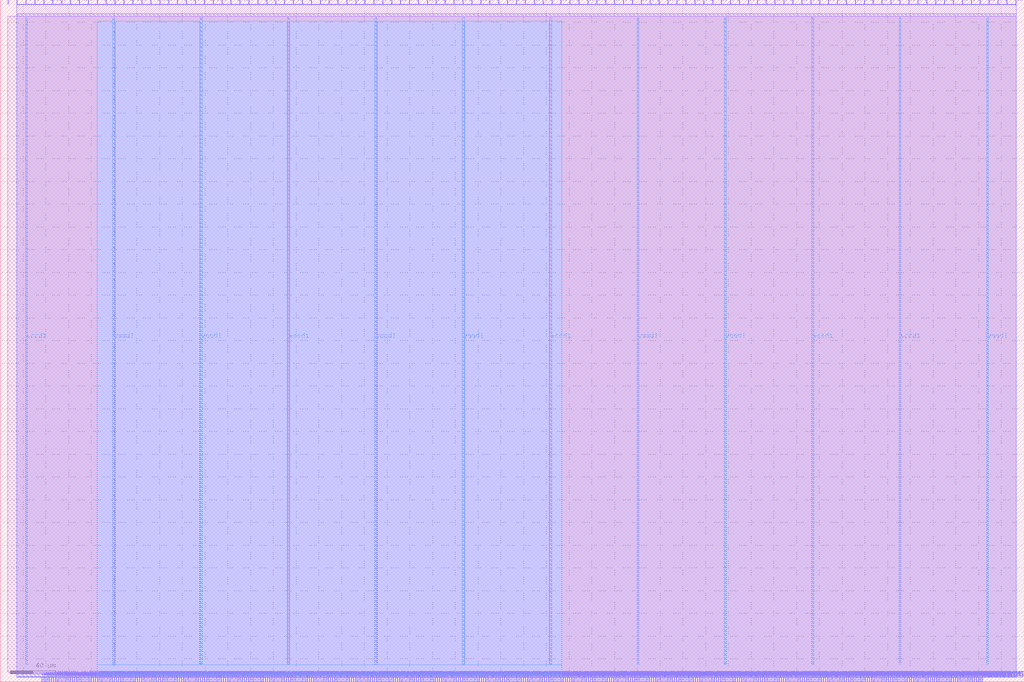
<source format=lef>
VERSION 5.7 ;
  NOWIREEXTENSIONATPIN ON ;
  DIVIDERCHAR "/" ;
  BUSBITCHARS "[]" ;
MACRO user_proj_example
  CLASS BLOCK ;
  FOREIGN user_proj_example ;
  ORIGIN 0.000 0.000 ;
  SIZE 900.000 BY 600.000 ;
  PIN io_in[0]
    DIRECTION INPUT ;
    USE SIGNAL ;
    PORT
      LAYER Metal2 ;
        RECT 6.720 596.000 7.280 600.000 ;
    END
  END io_in[0]
  PIN io_in[10]
    DIRECTION INPUT ;
    USE SIGNAL ;
    PORT
      LAYER Metal2 ;
        RECT 241.920 596.000 242.480 600.000 ;
    END
  END io_in[10]
  PIN io_in[11]
    DIRECTION INPUT ;
    USE SIGNAL ;
    PORT
      LAYER Metal2 ;
        RECT 265.440 596.000 266.000 600.000 ;
    END
  END io_in[11]
  PIN io_in[12]
    DIRECTION INPUT ;
    USE SIGNAL ;
    PORT
      LAYER Metal2 ;
        RECT 288.960 596.000 289.520 600.000 ;
    END
  END io_in[12]
  PIN io_in[13]
    DIRECTION INPUT ;
    USE SIGNAL ;
    PORT
      LAYER Metal2 ;
        RECT 312.480 596.000 313.040 600.000 ;
    END
  END io_in[13]
  PIN io_in[14]
    DIRECTION INPUT ;
    USE SIGNAL ;
    PORT
      LAYER Metal2 ;
        RECT 336.000 596.000 336.560 600.000 ;
    END
  END io_in[14]
  PIN io_in[15]
    DIRECTION INPUT ;
    USE SIGNAL ;
    PORT
      LAYER Metal2 ;
        RECT 359.520 596.000 360.080 600.000 ;
    END
  END io_in[15]
  PIN io_in[16]
    DIRECTION INPUT ;
    USE SIGNAL ;
    PORT
      LAYER Metal2 ;
        RECT 383.040 596.000 383.600 600.000 ;
    END
  END io_in[16]
  PIN io_in[17]
    DIRECTION INPUT ;
    USE SIGNAL ;
    PORT
      LAYER Metal2 ;
        RECT 406.560 596.000 407.120 600.000 ;
    END
  END io_in[17]
  PIN io_in[18]
    DIRECTION INPUT ;
    USE SIGNAL ;
    PORT
      LAYER Metal2 ;
        RECT 430.080 596.000 430.640 600.000 ;
    END
  END io_in[18]
  PIN io_in[19]
    DIRECTION INPUT ;
    USE SIGNAL ;
    PORT
      LAYER Metal2 ;
        RECT 453.600 596.000 454.160 600.000 ;
    END
  END io_in[19]
  PIN io_in[1]
    DIRECTION INPUT ;
    USE SIGNAL ;
    PORT
      LAYER Metal2 ;
        RECT 30.240 596.000 30.800 600.000 ;
    END
  END io_in[1]
  PIN io_in[20]
    DIRECTION INPUT ;
    USE SIGNAL ;
    PORT
      LAYER Metal2 ;
        RECT 477.120 596.000 477.680 600.000 ;
    END
  END io_in[20]
  PIN io_in[21]
    DIRECTION INPUT ;
    USE SIGNAL ;
    PORT
      LAYER Metal2 ;
        RECT 500.640 596.000 501.200 600.000 ;
    END
  END io_in[21]
  PIN io_in[22]
    DIRECTION INPUT ;
    USE SIGNAL ;
    PORT
      LAYER Metal2 ;
        RECT 524.160 596.000 524.720 600.000 ;
    END
  END io_in[22]
  PIN io_in[23]
    DIRECTION INPUT ;
    USE SIGNAL ;
    PORT
      LAYER Metal2 ;
        RECT 547.680 596.000 548.240 600.000 ;
    END
  END io_in[23]
  PIN io_in[24]
    DIRECTION INPUT ;
    USE SIGNAL ;
    PORT
      LAYER Metal2 ;
        RECT 571.200 596.000 571.760 600.000 ;
    END
  END io_in[24]
  PIN io_in[25]
    DIRECTION INPUT ;
    USE SIGNAL ;
    PORT
      LAYER Metal2 ;
        RECT 594.720 596.000 595.280 600.000 ;
    END
  END io_in[25]
  PIN io_in[26]
    DIRECTION INPUT ;
    USE SIGNAL ;
    PORT
      LAYER Metal2 ;
        RECT 618.240 596.000 618.800 600.000 ;
    END
  END io_in[26]
  PIN io_in[27]
    DIRECTION INPUT ;
    USE SIGNAL ;
    PORT
      LAYER Metal2 ;
        RECT 641.760 596.000 642.320 600.000 ;
    END
  END io_in[27]
  PIN io_in[28]
    DIRECTION INPUT ;
    USE SIGNAL ;
    PORT
      LAYER Metal2 ;
        RECT 665.280 596.000 665.840 600.000 ;
    END
  END io_in[28]
  PIN io_in[29]
    DIRECTION INPUT ;
    USE SIGNAL ;
    PORT
      LAYER Metal2 ;
        RECT 688.800 596.000 689.360 600.000 ;
    END
  END io_in[29]
  PIN io_in[2]
    DIRECTION INPUT ;
    USE SIGNAL ;
    PORT
      LAYER Metal2 ;
        RECT 53.760 596.000 54.320 600.000 ;
    END
  END io_in[2]
  PIN io_in[30]
    DIRECTION INPUT ;
    USE SIGNAL ;
    PORT
      LAYER Metal2 ;
        RECT 712.320 596.000 712.880 600.000 ;
    END
  END io_in[30]
  PIN io_in[31]
    DIRECTION INPUT ;
    USE SIGNAL ;
    PORT
      LAYER Metal2 ;
        RECT 735.840 596.000 736.400 600.000 ;
    END
  END io_in[31]
  PIN io_in[32]
    DIRECTION INPUT ;
    USE SIGNAL ;
    PORT
      LAYER Metal2 ;
        RECT 759.360 596.000 759.920 600.000 ;
    END
  END io_in[32]
  PIN io_in[33]
    DIRECTION INPUT ;
    USE SIGNAL ;
    PORT
      LAYER Metal2 ;
        RECT 782.880 596.000 783.440 600.000 ;
    END
  END io_in[33]
  PIN io_in[34]
    DIRECTION INPUT ;
    USE SIGNAL ;
    PORT
      LAYER Metal2 ;
        RECT 806.400 596.000 806.960 600.000 ;
    END
  END io_in[34]
  PIN io_in[35]
    DIRECTION INPUT ;
    USE SIGNAL ;
    PORT
      LAYER Metal2 ;
        RECT 829.920 596.000 830.480 600.000 ;
    END
  END io_in[35]
  PIN io_in[36]
    DIRECTION INPUT ;
    USE SIGNAL ;
    PORT
      LAYER Metal2 ;
        RECT 853.440 596.000 854.000 600.000 ;
    END
  END io_in[36]
  PIN io_in[37]
    DIRECTION INPUT ;
    USE SIGNAL ;
    PORT
      LAYER Metal2 ;
        RECT 876.960 596.000 877.520 600.000 ;
    END
  END io_in[37]
  PIN io_in[3]
    DIRECTION INPUT ;
    USE SIGNAL ;
    PORT
      LAYER Metal2 ;
        RECT 77.280 596.000 77.840 600.000 ;
    END
  END io_in[3]
  PIN io_in[4]
    DIRECTION INPUT ;
    USE SIGNAL ;
    PORT
      LAYER Metal2 ;
        RECT 100.800 596.000 101.360 600.000 ;
    END
  END io_in[4]
  PIN io_in[5]
    DIRECTION INPUT ;
    USE SIGNAL ;
    PORT
      LAYER Metal2 ;
        RECT 124.320 596.000 124.880 600.000 ;
    END
  END io_in[5]
  PIN io_in[6]
    DIRECTION INPUT ;
    USE SIGNAL ;
    PORT
      LAYER Metal2 ;
        RECT 147.840 596.000 148.400 600.000 ;
    END
  END io_in[6]
  PIN io_in[7]
    DIRECTION INPUT ;
    USE SIGNAL ;
    PORT
      LAYER Metal2 ;
        RECT 171.360 596.000 171.920 600.000 ;
    END
  END io_in[7]
  PIN io_in[8]
    DIRECTION INPUT ;
    USE SIGNAL ;
    PORT
      LAYER Metal2 ;
        RECT 194.880 596.000 195.440 600.000 ;
    END
  END io_in[8]
  PIN io_in[9]
    DIRECTION INPUT ;
    USE SIGNAL ;
    PORT
      LAYER Metal2 ;
        RECT 218.400 596.000 218.960 600.000 ;
    END
  END io_in[9]
  PIN io_oeb[0]
    DIRECTION OUTPUT TRISTATE ;
    USE SIGNAL ;
    PORT
      LAYER Metal2 ;
        RECT 14.560 596.000 15.120 600.000 ;
    END
  END io_oeb[0]
  PIN io_oeb[10]
    DIRECTION OUTPUT TRISTATE ;
    USE SIGNAL ;
    PORT
      LAYER Metal2 ;
        RECT 249.760 596.000 250.320 600.000 ;
    END
  END io_oeb[10]
  PIN io_oeb[11]
    DIRECTION OUTPUT TRISTATE ;
    USE SIGNAL ;
    PORT
      LAYER Metal2 ;
        RECT 273.280 596.000 273.840 600.000 ;
    END
  END io_oeb[11]
  PIN io_oeb[12]
    DIRECTION OUTPUT TRISTATE ;
    USE SIGNAL ;
    PORT
      LAYER Metal2 ;
        RECT 296.800 596.000 297.360 600.000 ;
    END
  END io_oeb[12]
  PIN io_oeb[13]
    DIRECTION OUTPUT TRISTATE ;
    USE SIGNAL ;
    PORT
      LAYER Metal2 ;
        RECT 320.320 596.000 320.880 600.000 ;
    END
  END io_oeb[13]
  PIN io_oeb[14]
    DIRECTION OUTPUT TRISTATE ;
    USE SIGNAL ;
    PORT
      LAYER Metal2 ;
        RECT 343.840 596.000 344.400 600.000 ;
    END
  END io_oeb[14]
  PIN io_oeb[15]
    DIRECTION OUTPUT TRISTATE ;
    USE SIGNAL ;
    PORT
      LAYER Metal2 ;
        RECT 367.360 596.000 367.920 600.000 ;
    END
  END io_oeb[15]
  PIN io_oeb[16]
    DIRECTION OUTPUT TRISTATE ;
    USE SIGNAL ;
    PORT
      LAYER Metal2 ;
        RECT 390.880 596.000 391.440 600.000 ;
    END
  END io_oeb[16]
  PIN io_oeb[17]
    DIRECTION OUTPUT TRISTATE ;
    USE SIGNAL ;
    PORT
      LAYER Metal2 ;
        RECT 414.400 596.000 414.960 600.000 ;
    END
  END io_oeb[17]
  PIN io_oeb[18]
    DIRECTION OUTPUT TRISTATE ;
    USE SIGNAL ;
    PORT
      LAYER Metal2 ;
        RECT 437.920 596.000 438.480 600.000 ;
    END
  END io_oeb[18]
  PIN io_oeb[19]
    DIRECTION OUTPUT TRISTATE ;
    USE SIGNAL ;
    PORT
      LAYER Metal2 ;
        RECT 461.440 596.000 462.000 600.000 ;
    END
  END io_oeb[19]
  PIN io_oeb[1]
    DIRECTION OUTPUT TRISTATE ;
    USE SIGNAL ;
    PORT
      LAYER Metal2 ;
        RECT 38.080 596.000 38.640 600.000 ;
    END
  END io_oeb[1]
  PIN io_oeb[20]
    DIRECTION OUTPUT TRISTATE ;
    USE SIGNAL ;
    PORT
      LAYER Metal2 ;
        RECT 484.960 596.000 485.520 600.000 ;
    END
  END io_oeb[20]
  PIN io_oeb[21]
    DIRECTION OUTPUT TRISTATE ;
    USE SIGNAL ;
    PORT
      LAYER Metal2 ;
        RECT 508.480 596.000 509.040 600.000 ;
    END
  END io_oeb[21]
  PIN io_oeb[22]
    DIRECTION OUTPUT TRISTATE ;
    USE SIGNAL ;
    PORT
      LAYER Metal2 ;
        RECT 532.000 596.000 532.560 600.000 ;
    END
  END io_oeb[22]
  PIN io_oeb[23]
    DIRECTION OUTPUT TRISTATE ;
    USE SIGNAL ;
    PORT
      LAYER Metal2 ;
        RECT 555.520 596.000 556.080 600.000 ;
    END
  END io_oeb[23]
  PIN io_oeb[24]
    DIRECTION OUTPUT TRISTATE ;
    USE SIGNAL ;
    PORT
      LAYER Metal2 ;
        RECT 579.040 596.000 579.600 600.000 ;
    END
  END io_oeb[24]
  PIN io_oeb[25]
    DIRECTION OUTPUT TRISTATE ;
    USE SIGNAL ;
    PORT
      LAYER Metal2 ;
        RECT 602.560 596.000 603.120 600.000 ;
    END
  END io_oeb[25]
  PIN io_oeb[26]
    DIRECTION OUTPUT TRISTATE ;
    USE SIGNAL ;
    PORT
      LAYER Metal2 ;
        RECT 626.080 596.000 626.640 600.000 ;
    END
  END io_oeb[26]
  PIN io_oeb[27]
    DIRECTION OUTPUT TRISTATE ;
    USE SIGNAL ;
    PORT
      LAYER Metal2 ;
        RECT 649.600 596.000 650.160 600.000 ;
    END
  END io_oeb[27]
  PIN io_oeb[28]
    DIRECTION OUTPUT TRISTATE ;
    USE SIGNAL ;
    PORT
      LAYER Metal2 ;
        RECT 673.120 596.000 673.680 600.000 ;
    END
  END io_oeb[28]
  PIN io_oeb[29]
    DIRECTION OUTPUT TRISTATE ;
    USE SIGNAL ;
    PORT
      LAYER Metal2 ;
        RECT 696.640 596.000 697.200 600.000 ;
    END
  END io_oeb[29]
  PIN io_oeb[2]
    DIRECTION OUTPUT TRISTATE ;
    USE SIGNAL ;
    PORT
      LAYER Metal2 ;
        RECT 61.600 596.000 62.160 600.000 ;
    END
  END io_oeb[2]
  PIN io_oeb[30]
    DIRECTION OUTPUT TRISTATE ;
    USE SIGNAL ;
    PORT
      LAYER Metal2 ;
        RECT 720.160 596.000 720.720 600.000 ;
    END
  END io_oeb[30]
  PIN io_oeb[31]
    DIRECTION OUTPUT TRISTATE ;
    USE SIGNAL ;
    PORT
      LAYER Metal2 ;
        RECT 743.680 596.000 744.240 600.000 ;
    END
  END io_oeb[31]
  PIN io_oeb[32]
    DIRECTION OUTPUT TRISTATE ;
    USE SIGNAL ;
    PORT
      LAYER Metal2 ;
        RECT 767.200 596.000 767.760 600.000 ;
    END
  END io_oeb[32]
  PIN io_oeb[33]
    DIRECTION OUTPUT TRISTATE ;
    USE SIGNAL ;
    PORT
      LAYER Metal2 ;
        RECT 790.720 596.000 791.280 600.000 ;
    END
  END io_oeb[33]
  PIN io_oeb[34]
    DIRECTION OUTPUT TRISTATE ;
    USE SIGNAL ;
    PORT
      LAYER Metal2 ;
        RECT 814.240 596.000 814.800 600.000 ;
    END
  END io_oeb[34]
  PIN io_oeb[35]
    DIRECTION OUTPUT TRISTATE ;
    USE SIGNAL ;
    PORT
      LAYER Metal2 ;
        RECT 837.760 596.000 838.320 600.000 ;
    END
  END io_oeb[35]
  PIN io_oeb[36]
    DIRECTION OUTPUT TRISTATE ;
    USE SIGNAL ;
    PORT
      LAYER Metal2 ;
        RECT 861.280 596.000 861.840 600.000 ;
    END
  END io_oeb[36]
  PIN io_oeb[37]
    DIRECTION OUTPUT TRISTATE ;
    USE SIGNAL ;
    PORT
      LAYER Metal2 ;
        RECT 884.800 596.000 885.360 600.000 ;
    END
  END io_oeb[37]
  PIN io_oeb[3]
    DIRECTION OUTPUT TRISTATE ;
    USE SIGNAL ;
    PORT
      LAYER Metal2 ;
        RECT 85.120 596.000 85.680 600.000 ;
    END
  END io_oeb[3]
  PIN io_oeb[4]
    DIRECTION OUTPUT TRISTATE ;
    USE SIGNAL ;
    PORT
      LAYER Metal2 ;
        RECT 108.640 596.000 109.200 600.000 ;
    END
  END io_oeb[4]
  PIN io_oeb[5]
    DIRECTION OUTPUT TRISTATE ;
    USE SIGNAL ;
    PORT
      LAYER Metal2 ;
        RECT 132.160 596.000 132.720 600.000 ;
    END
  END io_oeb[5]
  PIN io_oeb[6]
    DIRECTION OUTPUT TRISTATE ;
    USE SIGNAL ;
    PORT
      LAYER Metal2 ;
        RECT 155.680 596.000 156.240 600.000 ;
    END
  END io_oeb[6]
  PIN io_oeb[7]
    DIRECTION OUTPUT TRISTATE ;
    USE SIGNAL ;
    PORT
      LAYER Metal2 ;
        RECT 179.200 596.000 179.760 600.000 ;
    END
  END io_oeb[7]
  PIN io_oeb[8]
    DIRECTION OUTPUT TRISTATE ;
    USE SIGNAL ;
    PORT
      LAYER Metal2 ;
        RECT 202.720 596.000 203.280 600.000 ;
    END
  END io_oeb[8]
  PIN io_oeb[9]
    DIRECTION OUTPUT TRISTATE ;
    USE SIGNAL ;
    PORT
      LAYER Metal2 ;
        RECT 226.240 596.000 226.800 600.000 ;
    END
  END io_oeb[9]
  PIN io_out[0]
    DIRECTION OUTPUT TRISTATE ;
    USE SIGNAL ;
    PORT
      LAYER Metal2 ;
        RECT 22.400 596.000 22.960 600.000 ;
    END
  END io_out[0]
  PIN io_out[10]
    DIRECTION OUTPUT TRISTATE ;
    USE SIGNAL ;
    PORT
      LAYER Metal2 ;
        RECT 257.600 596.000 258.160 600.000 ;
    END
  END io_out[10]
  PIN io_out[11]
    DIRECTION OUTPUT TRISTATE ;
    USE SIGNAL ;
    PORT
      LAYER Metal2 ;
        RECT 281.120 596.000 281.680 600.000 ;
    END
  END io_out[11]
  PIN io_out[12]
    DIRECTION OUTPUT TRISTATE ;
    USE SIGNAL ;
    PORT
      LAYER Metal2 ;
        RECT 304.640 596.000 305.200 600.000 ;
    END
  END io_out[12]
  PIN io_out[13]
    DIRECTION OUTPUT TRISTATE ;
    USE SIGNAL ;
    PORT
      LAYER Metal2 ;
        RECT 328.160 596.000 328.720 600.000 ;
    END
  END io_out[13]
  PIN io_out[14]
    DIRECTION OUTPUT TRISTATE ;
    USE SIGNAL ;
    PORT
      LAYER Metal2 ;
        RECT 351.680 596.000 352.240 600.000 ;
    END
  END io_out[14]
  PIN io_out[15]
    DIRECTION OUTPUT TRISTATE ;
    USE SIGNAL ;
    PORT
      LAYER Metal2 ;
        RECT 375.200 596.000 375.760 600.000 ;
    END
  END io_out[15]
  PIN io_out[16]
    DIRECTION OUTPUT TRISTATE ;
    USE SIGNAL ;
    PORT
      LAYER Metal2 ;
        RECT 398.720 596.000 399.280 600.000 ;
    END
  END io_out[16]
  PIN io_out[17]
    DIRECTION OUTPUT TRISTATE ;
    USE SIGNAL ;
    PORT
      LAYER Metal2 ;
        RECT 422.240 596.000 422.800 600.000 ;
    END
  END io_out[17]
  PIN io_out[18]
    DIRECTION OUTPUT TRISTATE ;
    USE SIGNAL ;
    PORT
      LAYER Metal2 ;
        RECT 445.760 596.000 446.320 600.000 ;
    END
  END io_out[18]
  PIN io_out[19]
    DIRECTION OUTPUT TRISTATE ;
    USE SIGNAL ;
    PORT
      LAYER Metal2 ;
        RECT 469.280 596.000 469.840 600.000 ;
    END
  END io_out[19]
  PIN io_out[1]
    DIRECTION OUTPUT TRISTATE ;
    USE SIGNAL ;
    PORT
      LAYER Metal2 ;
        RECT 45.920 596.000 46.480 600.000 ;
    END
  END io_out[1]
  PIN io_out[20]
    DIRECTION OUTPUT TRISTATE ;
    USE SIGNAL ;
    PORT
      LAYER Metal2 ;
        RECT 492.800 596.000 493.360 600.000 ;
    END
  END io_out[20]
  PIN io_out[21]
    DIRECTION OUTPUT TRISTATE ;
    USE SIGNAL ;
    PORT
      LAYER Metal2 ;
        RECT 516.320 596.000 516.880 600.000 ;
    END
  END io_out[21]
  PIN io_out[22]
    DIRECTION OUTPUT TRISTATE ;
    USE SIGNAL ;
    PORT
      LAYER Metal2 ;
        RECT 539.840 596.000 540.400 600.000 ;
    END
  END io_out[22]
  PIN io_out[23]
    DIRECTION OUTPUT TRISTATE ;
    USE SIGNAL ;
    PORT
      LAYER Metal2 ;
        RECT 563.360 596.000 563.920 600.000 ;
    END
  END io_out[23]
  PIN io_out[24]
    DIRECTION OUTPUT TRISTATE ;
    USE SIGNAL ;
    PORT
      LAYER Metal2 ;
        RECT 586.880 596.000 587.440 600.000 ;
    END
  END io_out[24]
  PIN io_out[25]
    DIRECTION OUTPUT TRISTATE ;
    USE SIGNAL ;
    PORT
      LAYER Metal2 ;
        RECT 610.400 596.000 610.960 600.000 ;
    END
  END io_out[25]
  PIN io_out[26]
    DIRECTION OUTPUT TRISTATE ;
    USE SIGNAL ;
    PORT
      LAYER Metal2 ;
        RECT 633.920 596.000 634.480 600.000 ;
    END
  END io_out[26]
  PIN io_out[27]
    DIRECTION OUTPUT TRISTATE ;
    USE SIGNAL ;
    PORT
      LAYER Metal2 ;
        RECT 657.440 596.000 658.000 600.000 ;
    END
  END io_out[27]
  PIN io_out[28]
    DIRECTION OUTPUT TRISTATE ;
    USE SIGNAL ;
    PORT
      LAYER Metal2 ;
        RECT 680.960 596.000 681.520 600.000 ;
    END
  END io_out[28]
  PIN io_out[29]
    DIRECTION OUTPUT TRISTATE ;
    USE SIGNAL ;
    PORT
      LAYER Metal2 ;
        RECT 704.480 596.000 705.040 600.000 ;
    END
  END io_out[29]
  PIN io_out[2]
    DIRECTION OUTPUT TRISTATE ;
    USE SIGNAL ;
    PORT
      LAYER Metal2 ;
        RECT 69.440 596.000 70.000 600.000 ;
    END
  END io_out[2]
  PIN io_out[30]
    DIRECTION OUTPUT TRISTATE ;
    USE SIGNAL ;
    PORT
      LAYER Metal2 ;
        RECT 728.000 596.000 728.560 600.000 ;
    END
  END io_out[30]
  PIN io_out[31]
    DIRECTION OUTPUT TRISTATE ;
    USE SIGNAL ;
    PORT
      LAYER Metal2 ;
        RECT 751.520 596.000 752.080 600.000 ;
    END
  END io_out[31]
  PIN io_out[32]
    DIRECTION OUTPUT TRISTATE ;
    USE SIGNAL ;
    PORT
      LAYER Metal2 ;
        RECT 775.040 596.000 775.600 600.000 ;
    END
  END io_out[32]
  PIN io_out[33]
    DIRECTION OUTPUT TRISTATE ;
    USE SIGNAL ;
    PORT
      LAYER Metal2 ;
        RECT 798.560 596.000 799.120 600.000 ;
    END
  END io_out[33]
  PIN io_out[34]
    DIRECTION OUTPUT TRISTATE ;
    USE SIGNAL ;
    PORT
      LAYER Metal2 ;
        RECT 822.080 596.000 822.640 600.000 ;
    END
  END io_out[34]
  PIN io_out[35]
    DIRECTION OUTPUT TRISTATE ;
    USE SIGNAL ;
    PORT
      LAYER Metal2 ;
        RECT 845.600 596.000 846.160 600.000 ;
    END
  END io_out[35]
  PIN io_out[36]
    DIRECTION OUTPUT TRISTATE ;
    USE SIGNAL ;
    PORT
      LAYER Metal2 ;
        RECT 869.120 596.000 869.680 600.000 ;
    END
  END io_out[36]
  PIN io_out[37]
    DIRECTION OUTPUT TRISTATE ;
    USE SIGNAL ;
    PORT
      LAYER Metal2 ;
        RECT 892.640 596.000 893.200 600.000 ;
    END
  END io_out[37]
  PIN io_out[3]
    DIRECTION OUTPUT TRISTATE ;
    USE SIGNAL ;
    PORT
      LAYER Metal2 ;
        RECT 92.960 596.000 93.520 600.000 ;
    END
  END io_out[3]
  PIN io_out[4]
    DIRECTION OUTPUT TRISTATE ;
    USE SIGNAL ;
    PORT
      LAYER Metal2 ;
        RECT 116.480 596.000 117.040 600.000 ;
    END
  END io_out[4]
  PIN io_out[5]
    DIRECTION OUTPUT TRISTATE ;
    USE SIGNAL ;
    PORT
      LAYER Metal2 ;
        RECT 140.000 596.000 140.560 600.000 ;
    END
  END io_out[5]
  PIN io_out[6]
    DIRECTION OUTPUT TRISTATE ;
    USE SIGNAL ;
    PORT
      LAYER Metal2 ;
        RECT 163.520 596.000 164.080 600.000 ;
    END
  END io_out[6]
  PIN io_out[7]
    DIRECTION OUTPUT TRISTATE ;
    USE SIGNAL ;
    PORT
      LAYER Metal2 ;
        RECT 187.040 596.000 187.600 600.000 ;
    END
  END io_out[7]
  PIN io_out[8]
    DIRECTION OUTPUT TRISTATE ;
    USE SIGNAL ;
    PORT
      LAYER Metal2 ;
        RECT 210.560 596.000 211.120 600.000 ;
    END
  END io_out[8]
  PIN io_out[9]
    DIRECTION OUTPUT TRISTATE ;
    USE SIGNAL ;
    PORT
      LAYER Metal2 ;
        RECT 234.080 596.000 234.640 600.000 ;
    END
  END io_out[9]
  PIN irq[0]
    DIRECTION OUTPUT TRISTATE ;
    USE SIGNAL ;
    PORT
      LAYER Metal2 ;
        RECT 859.600 0.000 860.160 4.000 ;
    END
  END irq[0]
  PIN irq[1]
    DIRECTION OUTPUT TRISTATE ;
    USE SIGNAL ;
    PORT
      LAYER Metal2 ;
        RECT 861.280 0.000 861.840 4.000 ;
    END
  END irq[1]
  PIN irq[2]
    DIRECTION OUTPUT TRISTATE ;
    USE SIGNAL ;
    PORT
      LAYER Metal2 ;
        RECT 862.960 0.000 863.520 4.000 ;
    END
  END irq[2]
  PIN la_data_in[0]
    DIRECTION INPUT ;
    USE SIGNAL ;
    PORT
      LAYER Metal2 ;
        RECT 214.480 0.000 215.040 4.000 ;
    END
  END la_data_in[0]
  PIN la_data_in[100]
    DIRECTION INPUT ;
    USE SIGNAL ;
    PORT
      LAYER Metal2 ;
        RECT 718.480 0.000 719.040 4.000 ;
    END
  END la_data_in[100]
  PIN la_data_in[101]
    DIRECTION INPUT ;
    USE SIGNAL ;
    PORT
      LAYER Metal2 ;
        RECT 723.520 0.000 724.080 4.000 ;
    END
  END la_data_in[101]
  PIN la_data_in[102]
    DIRECTION INPUT ;
    USE SIGNAL ;
    PORT
      LAYER Metal2 ;
        RECT 728.560 0.000 729.120 4.000 ;
    END
  END la_data_in[102]
  PIN la_data_in[103]
    DIRECTION INPUT ;
    USE SIGNAL ;
    PORT
      LAYER Metal2 ;
        RECT 733.600 0.000 734.160 4.000 ;
    END
  END la_data_in[103]
  PIN la_data_in[104]
    DIRECTION INPUT ;
    USE SIGNAL ;
    PORT
      LAYER Metal2 ;
        RECT 738.640 0.000 739.200 4.000 ;
    END
  END la_data_in[104]
  PIN la_data_in[105]
    DIRECTION INPUT ;
    USE SIGNAL ;
    PORT
      LAYER Metal2 ;
        RECT 743.680 0.000 744.240 4.000 ;
    END
  END la_data_in[105]
  PIN la_data_in[106]
    DIRECTION INPUT ;
    USE SIGNAL ;
    PORT
      LAYER Metal2 ;
        RECT 748.720 0.000 749.280 4.000 ;
    END
  END la_data_in[106]
  PIN la_data_in[107]
    DIRECTION INPUT ;
    USE SIGNAL ;
    PORT
      LAYER Metal2 ;
        RECT 753.760 0.000 754.320 4.000 ;
    END
  END la_data_in[107]
  PIN la_data_in[108]
    DIRECTION INPUT ;
    USE SIGNAL ;
    PORT
      LAYER Metal2 ;
        RECT 758.800 0.000 759.360 4.000 ;
    END
  END la_data_in[108]
  PIN la_data_in[109]
    DIRECTION INPUT ;
    USE SIGNAL ;
    PORT
      LAYER Metal2 ;
        RECT 763.840 0.000 764.400 4.000 ;
    END
  END la_data_in[109]
  PIN la_data_in[10]
    DIRECTION INPUT ;
    USE SIGNAL ;
    PORT
      LAYER Metal2 ;
        RECT 264.880 0.000 265.440 4.000 ;
    END
  END la_data_in[10]
  PIN la_data_in[110]
    DIRECTION INPUT ;
    USE SIGNAL ;
    PORT
      LAYER Metal2 ;
        RECT 768.880 0.000 769.440 4.000 ;
    END
  END la_data_in[110]
  PIN la_data_in[111]
    DIRECTION INPUT ;
    USE SIGNAL ;
    PORT
      LAYER Metal2 ;
        RECT 773.920 0.000 774.480 4.000 ;
    END
  END la_data_in[111]
  PIN la_data_in[112]
    DIRECTION INPUT ;
    USE SIGNAL ;
    PORT
      LAYER Metal2 ;
        RECT 778.960 0.000 779.520 4.000 ;
    END
  END la_data_in[112]
  PIN la_data_in[113]
    DIRECTION INPUT ;
    USE SIGNAL ;
    PORT
      LAYER Metal2 ;
        RECT 784.000 0.000 784.560 4.000 ;
    END
  END la_data_in[113]
  PIN la_data_in[114]
    DIRECTION INPUT ;
    USE SIGNAL ;
    PORT
      LAYER Metal2 ;
        RECT 789.040 0.000 789.600 4.000 ;
    END
  END la_data_in[114]
  PIN la_data_in[115]
    DIRECTION INPUT ;
    USE SIGNAL ;
    PORT
      LAYER Metal2 ;
        RECT 794.080 0.000 794.640 4.000 ;
    END
  END la_data_in[115]
  PIN la_data_in[116]
    DIRECTION INPUT ;
    USE SIGNAL ;
    PORT
      LAYER Metal2 ;
        RECT 799.120 0.000 799.680 4.000 ;
    END
  END la_data_in[116]
  PIN la_data_in[117]
    DIRECTION INPUT ;
    USE SIGNAL ;
    PORT
      LAYER Metal2 ;
        RECT 804.160 0.000 804.720 4.000 ;
    END
  END la_data_in[117]
  PIN la_data_in[118]
    DIRECTION INPUT ;
    USE SIGNAL ;
    PORT
      LAYER Metal2 ;
        RECT 809.200 0.000 809.760 4.000 ;
    END
  END la_data_in[118]
  PIN la_data_in[119]
    DIRECTION INPUT ;
    USE SIGNAL ;
    PORT
      LAYER Metal2 ;
        RECT 814.240 0.000 814.800 4.000 ;
    END
  END la_data_in[119]
  PIN la_data_in[11]
    DIRECTION INPUT ;
    USE SIGNAL ;
    PORT
      LAYER Metal2 ;
        RECT 269.920 0.000 270.480 4.000 ;
    END
  END la_data_in[11]
  PIN la_data_in[120]
    DIRECTION INPUT ;
    USE SIGNAL ;
    PORT
      LAYER Metal2 ;
        RECT 819.280 0.000 819.840 4.000 ;
    END
  END la_data_in[120]
  PIN la_data_in[121]
    DIRECTION INPUT ;
    USE SIGNAL ;
    PORT
      LAYER Metal2 ;
        RECT 824.320 0.000 824.880 4.000 ;
    END
  END la_data_in[121]
  PIN la_data_in[122]
    DIRECTION INPUT ;
    USE SIGNAL ;
    PORT
      LAYER Metal2 ;
        RECT 829.360 0.000 829.920 4.000 ;
    END
  END la_data_in[122]
  PIN la_data_in[123]
    DIRECTION INPUT ;
    USE SIGNAL ;
    PORT
      LAYER Metal2 ;
        RECT 834.400 0.000 834.960 4.000 ;
    END
  END la_data_in[123]
  PIN la_data_in[124]
    DIRECTION INPUT ;
    USE SIGNAL ;
    PORT
      LAYER Metal2 ;
        RECT 839.440 0.000 840.000 4.000 ;
    END
  END la_data_in[124]
  PIN la_data_in[125]
    DIRECTION INPUT ;
    USE SIGNAL ;
    PORT
      LAYER Metal2 ;
        RECT 844.480 0.000 845.040 4.000 ;
    END
  END la_data_in[125]
  PIN la_data_in[126]
    DIRECTION INPUT ;
    USE SIGNAL ;
    PORT
      LAYER Metal2 ;
        RECT 849.520 0.000 850.080 4.000 ;
    END
  END la_data_in[126]
  PIN la_data_in[127]
    DIRECTION INPUT ;
    USE SIGNAL ;
    PORT
      LAYER Metal2 ;
        RECT 854.560 0.000 855.120 4.000 ;
    END
  END la_data_in[127]
  PIN la_data_in[12]
    DIRECTION INPUT ;
    USE SIGNAL ;
    PORT
      LAYER Metal2 ;
        RECT 274.960 0.000 275.520 4.000 ;
    END
  END la_data_in[12]
  PIN la_data_in[13]
    DIRECTION INPUT ;
    USE SIGNAL ;
    PORT
      LAYER Metal2 ;
        RECT 280.000 0.000 280.560 4.000 ;
    END
  END la_data_in[13]
  PIN la_data_in[14]
    DIRECTION INPUT ;
    USE SIGNAL ;
    PORT
      LAYER Metal2 ;
        RECT 285.040 0.000 285.600 4.000 ;
    END
  END la_data_in[14]
  PIN la_data_in[15]
    DIRECTION INPUT ;
    USE SIGNAL ;
    PORT
      LAYER Metal2 ;
        RECT 290.080 0.000 290.640 4.000 ;
    END
  END la_data_in[15]
  PIN la_data_in[16]
    DIRECTION INPUT ;
    USE SIGNAL ;
    PORT
      LAYER Metal2 ;
        RECT 295.120 0.000 295.680 4.000 ;
    END
  END la_data_in[16]
  PIN la_data_in[17]
    DIRECTION INPUT ;
    USE SIGNAL ;
    PORT
      LAYER Metal2 ;
        RECT 300.160 0.000 300.720 4.000 ;
    END
  END la_data_in[17]
  PIN la_data_in[18]
    DIRECTION INPUT ;
    USE SIGNAL ;
    PORT
      LAYER Metal2 ;
        RECT 305.200 0.000 305.760 4.000 ;
    END
  END la_data_in[18]
  PIN la_data_in[19]
    DIRECTION INPUT ;
    USE SIGNAL ;
    PORT
      LAYER Metal2 ;
        RECT 310.240 0.000 310.800 4.000 ;
    END
  END la_data_in[19]
  PIN la_data_in[1]
    DIRECTION INPUT ;
    USE SIGNAL ;
    PORT
      LAYER Metal2 ;
        RECT 219.520 0.000 220.080 4.000 ;
    END
  END la_data_in[1]
  PIN la_data_in[20]
    DIRECTION INPUT ;
    USE SIGNAL ;
    PORT
      LAYER Metal2 ;
        RECT 315.280 0.000 315.840 4.000 ;
    END
  END la_data_in[20]
  PIN la_data_in[21]
    DIRECTION INPUT ;
    USE SIGNAL ;
    PORT
      LAYER Metal2 ;
        RECT 320.320 0.000 320.880 4.000 ;
    END
  END la_data_in[21]
  PIN la_data_in[22]
    DIRECTION INPUT ;
    USE SIGNAL ;
    PORT
      LAYER Metal2 ;
        RECT 325.360 0.000 325.920 4.000 ;
    END
  END la_data_in[22]
  PIN la_data_in[23]
    DIRECTION INPUT ;
    USE SIGNAL ;
    PORT
      LAYER Metal2 ;
        RECT 330.400 0.000 330.960 4.000 ;
    END
  END la_data_in[23]
  PIN la_data_in[24]
    DIRECTION INPUT ;
    USE SIGNAL ;
    PORT
      LAYER Metal2 ;
        RECT 335.440 0.000 336.000 4.000 ;
    END
  END la_data_in[24]
  PIN la_data_in[25]
    DIRECTION INPUT ;
    USE SIGNAL ;
    PORT
      LAYER Metal2 ;
        RECT 340.480 0.000 341.040 4.000 ;
    END
  END la_data_in[25]
  PIN la_data_in[26]
    DIRECTION INPUT ;
    USE SIGNAL ;
    PORT
      LAYER Metal2 ;
        RECT 345.520 0.000 346.080 4.000 ;
    END
  END la_data_in[26]
  PIN la_data_in[27]
    DIRECTION INPUT ;
    USE SIGNAL ;
    PORT
      LAYER Metal2 ;
        RECT 350.560 0.000 351.120 4.000 ;
    END
  END la_data_in[27]
  PIN la_data_in[28]
    DIRECTION INPUT ;
    USE SIGNAL ;
    PORT
      LAYER Metal2 ;
        RECT 355.600 0.000 356.160 4.000 ;
    END
  END la_data_in[28]
  PIN la_data_in[29]
    DIRECTION INPUT ;
    USE SIGNAL ;
    PORT
      LAYER Metal2 ;
        RECT 360.640 0.000 361.200 4.000 ;
    END
  END la_data_in[29]
  PIN la_data_in[2]
    DIRECTION INPUT ;
    USE SIGNAL ;
    PORT
      LAYER Metal2 ;
        RECT 224.560 0.000 225.120 4.000 ;
    END
  END la_data_in[2]
  PIN la_data_in[30]
    DIRECTION INPUT ;
    USE SIGNAL ;
    PORT
      LAYER Metal2 ;
        RECT 365.680 0.000 366.240 4.000 ;
    END
  END la_data_in[30]
  PIN la_data_in[31]
    DIRECTION INPUT ;
    USE SIGNAL ;
    PORT
      LAYER Metal2 ;
        RECT 370.720 0.000 371.280 4.000 ;
    END
  END la_data_in[31]
  PIN la_data_in[32]
    DIRECTION INPUT ;
    USE SIGNAL ;
    PORT
      LAYER Metal2 ;
        RECT 375.760 0.000 376.320 4.000 ;
    END
  END la_data_in[32]
  PIN la_data_in[33]
    DIRECTION INPUT ;
    USE SIGNAL ;
    PORT
      LAYER Metal2 ;
        RECT 380.800 0.000 381.360 4.000 ;
    END
  END la_data_in[33]
  PIN la_data_in[34]
    DIRECTION INPUT ;
    USE SIGNAL ;
    PORT
      LAYER Metal2 ;
        RECT 385.840 0.000 386.400 4.000 ;
    END
  END la_data_in[34]
  PIN la_data_in[35]
    DIRECTION INPUT ;
    USE SIGNAL ;
    PORT
      LAYER Metal2 ;
        RECT 390.880 0.000 391.440 4.000 ;
    END
  END la_data_in[35]
  PIN la_data_in[36]
    DIRECTION INPUT ;
    USE SIGNAL ;
    PORT
      LAYER Metal2 ;
        RECT 395.920 0.000 396.480 4.000 ;
    END
  END la_data_in[36]
  PIN la_data_in[37]
    DIRECTION INPUT ;
    USE SIGNAL ;
    PORT
      LAYER Metal2 ;
        RECT 400.960 0.000 401.520 4.000 ;
    END
  END la_data_in[37]
  PIN la_data_in[38]
    DIRECTION INPUT ;
    USE SIGNAL ;
    PORT
      LAYER Metal2 ;
        RECT 406.000 0.000 406.560 4.000 ;
    END
  END la_data_in[38]
  PIN la_data_in[39]
    DIRECTION INPUT ;
    USE SIGNAL ;
    PORT
      LAYER Metal2 ;
        RECT 411.040 0.000 411.600 4.000 ;
    END
  END la_data_in[39]
  PIN la_data_in[3]
    DIRECTION INPUT ;
    USE SIGNAL ;
    PORT
      LAYER Metal2 ;
        RECT 229.600 0.000 230.160 4.000 ;
    END
  END la_data_in[3]
  PIN la_data_in[40]
    DIRECTION INPUT ;
    USE SIGNAL ;
    PORT
      LAYER Metal2 ;
        RECT 416.080 0.000 416.640 4.000 ;
    END
  END la_data_in[40]
  PIN la_data_in[41]
    DIRECTION INPUT ;
    USE SIGNAL ;
    PORT
      LAYER Metal2 ;
        RECT 421.120 0.000 421.680 4.000 ;
    END
  END la_data_in[41]
  PIN la_data_in[42]
    DIRECTION INPUT ;
    USE SIGNAL ;
    PORT
      LAYER Metal2 ;
        RECT 426.160 0.000 426.720 4.000 ;
    END
  END la_data_in[42]
  PIN la_data_in[43]
    DIRECTION INPUT ;
    USE SIGNAL ;
    PORT
      LAYER Metal2 ;
        RECT 431.200 0.000 431.760 4.000 ;
    END
  END la_data_in[43]
  PIN la_data_in[44]
    DIRECTION INPUT ;
    USE SIGNAL ;
    PORT
      LAYER Metal2 ;
        RECT 436.240 0.000 436.800 4.000 ;
    END
  END la_data_in[44]
  PIN la_data_in[45]
    DIRECTION INPUT ;
    USE SIGNAL ;
    PORT
      LAYER Metal2 ;
        RECT 441.280 0.000 441.840 4.000 ;
    END
  END la_data_in[45]
  PIN la_data_in[46]
    DIRECTION INPUT ;
    USE SIGNAL ;
    PORT
      LAYER Metal2 ;
        RECT 446.320 0.000 446.880 4.000 ;
    END
  END la_data_in[46]
  PIN la_data_in[47]
    DIRECTION INPUT ;
    USE SIGNAL ;
    PORT
      LAYER Metal2 ;
        RECT 451.360 0.000 451.920 4.000 ;
    END
  END la_data_in[47]
  PIN la_data_in[48]
    DIRECTION INPUT ;
    USE SIGNAL ;
    PORT
      LAYER Metal2 ;
        RECT 456.400 0.000 456.960 4.000 ;
    END
  END la_data_in[48]
  PIN la_data_in[49]
    DIRECTION INPUT ;
    USE SIGNAL ;
    PORT
      LAYER Metal2 ;
        RECT 461.440 0.000 462.000 4.000 ;
    END
  END la_data_in[49]
  PIN la_data_in[4]
    DIRECTION INPUT ;
    USE SIGNAL ;
    PORT
      LAYER Metal2 ;
        RECT 234.640 0.000 235.200 4.000 ;
    END
  END la_data_in[4]
  PIN la_data_in[50]
    DIRECTION INPUT ;
    USE SIGNAL ;
    PORT
      LAYER Metal2 ;
        RECT 466.480 0.000 467.040 4.000 ;
    END
  END la_data_in[50]
  PIN la_data_in[51]
    DIRECTION INPUT ;
    USE SIGNAL ;
    PORT
      LAYER Metal2 ;
        RECT 471.520 0.000 472.080 4.000 ;
    END
  END la_data_in[51]
  PIN la_data_in[52]
    DIRECTION INPUT ;
    USE SIGNAL ;
    PORT
      LAYER Metal2 ;
        RECT 476.560 0.000 477.120 4.000 ;
    END
  END la_data_in[52]
  PIN la_data_in[53]
    DIRECTION INPUT ;
    USE SIGNAL ;
    PORT
      LAYER Metal2 ;
        RECT 481.600 0.000 482.160 4.000 ;
    END
  END la_data_in[53]
  PIN la_data_in[54]
    DIRECTION INPUT ;
    USE SIGNAL ;
    PORT
      LAYER Metal2 ;
        RECT 486.640 0.000 487.200 4.000 ;
    END
  END la_data_in[54]
  PIN la_data_in[55]
    DIRECTION INPUT ;
    USE SIGNAL ;
    PORT
      LAYER Metal2 ;
        RECT 491.680 0.000 492.240 4.000 ;
    END
  END la_data_in[55]
  PIN la_data_in[56]
    DIRECTION INPUT ;
    USE SIGNAL ;
    PORT
      LAYER Metal2 ;
        RECT 496.720 0.000 497.280 4.000 ;
    END
  END la_data_in[56]
  PIN la_data_in[57]
    DIRECTION INPUT ;
    USE SIGNAL ;
    PORT
      LAYER Metal2 ;
        RECT 501.760 0.000 502.320 4.000 ;
    END
  END la_data_in[57]
  PIN la_data_in[58]
    DIRECTION INPUT ;
    USE SIGNAL ;
    PORT
      LAYER Metal2 ;
        RECT 506.800 0.000 507.360 4.000 ;
    END
  END la_data_in[58]
  PIN la_data_in[59]
    DIRECTION INPUT ;
    USE SIGNAL ;
    PORT
      LAYER Metal2 ;
        RECT 511.840 0.000 512.400 4.000 ;
    END
  END la_data_in[59]
  PIN la_data_in[5]
    DIRECTION INPUT ;
    USE SIGNAL ;
    PORT
      LAYER Metal2 ;
        RECT 239.680 0.000 240.240 4.000 ;
    END
  END la_data_in[5]
  PIN la_data_in[60]
    DIRECTION INPUT ;
    USE SIGNAL ;
    PORT
      LAYER Metal2 ;
        RECT 516.880 0.000 517.440 4.000 ;
    END
  END la_data_in[60]
  PIN la_data_in[61]
    DIRECTION INPUT ;
    USE SIGNAL ;
    PORT
      LAYER Metal2 ;
        RECT 521.920 0.000 522.480 4.000 ;
    END
  END la_data_in[61]
  PIN la_data_in[62]
    DIRECTION INPUT ;
    USE SIGNAL ;
    PORT
      LAYER Metal2 ;
        RECT 526.960 0.000 527.520 4.000 ;
    END
  END la_data_in[62]
  PIN la_data_in[63]
    DIRECTION INPUT ;
    USE SIGNAL ;
    PORT
      LAYER Metal2 ;
        RECT 532.000 0.000 532.560 4.000 ;
    END
  END la_data_in[63]
  PIN la_data_in[64]
    DIRECTION INPUT ;
    USE SIGNAL ;
    PORT
      LAYER Metal2 ;
        RECT 537.040 0.000 537.600 4.000 ;
    END
  END la_data_in[64]
  PIN la_data_in[65]
    DIRECTION INPUT ;
    USE SIGNAL ;
    PORT
      LAYER Metal2 ;
        RECT 542.080 0.000 542.640 4.000 ;
    END
  END la_data_in[65]
  PIN la_data_in[66]
    DIRECTION INPUT ;
    USE SIGNAL ;
    PORT
      LAYER Metal2 ;
        RECT 547.120 0.000 547.680 4.000 ;
    END
  END la_data_in[66]
  PIN la_data_in[67]
    DIRECTION INPUT ;
    USE SIGNAL ;
    PORT
      LAYER Metal2 ;
        RECT 552.160 0.000 552.720 4.000 ;
    END
  END la_data_in[67]
  PIN la_data_in[68]
    DIRECTION INPUT ;
    USE SIGNAL ;
    PORT
      LAYER Metal2 ;
        RECT 557.200 0.000 557.760 4.000 ;
    END
  END la_data_in[68]
  PIN la_data_in[69]
    DIRECTION INPUT ;
    USE SIGNAL ;
    PORT
      LAYER Metal2 ;
        RECT 562.240 0.000 562.800 4.000 ;
    END
  END la_data_in[69]
  PIN la_data_in[6]
    DIRECTION INPUT ;
    USE SIGNAL ;
    PORT
      LAYER Metal2 ;
        RECT 244.720 0.000 245.280 4.000 ;
    END
  END la_data_in[6]
  PIN la_data_in[70]
    DIRECTION INPUT ;
    USE SIGNAL ;
    PORT
      LAYER Metal2 ;
        RECT 567.280 0.000 567.840 4.000 ;
    END
  END la_data_in[70]
  PIN la_data_in[71]
    DIRECTION INPUT ;
    USE SIGNAL ;
    PORT
      LAYER Metal2 ;
        RECT 572.320 0.000 572.880 4.000 ;
    END
  END la_data_in[71]
  PIN la_data_in[72]
    DIRECTION INPUT ;
    USE SIGNAL ;
    PORT
      LAYER Metal2 ;
        RECT 577.360 0.000 577.920 4.000 ;
    END
  END la_data_in[72]
  PIN la_data_in[73]
    DIRECTION INPUT ;
    USE SIGNAL ;
    PORT
      LAYER Metal2 ;
        RECT 582.400 0.000 582.960 4.000 ;
    END
  END la_data_in[73]
  PIN la_data_in[74]
    DIRECTION INPUT ;
    USE SIGNAL ;
    PORT
      LAYER Metal2 ;
        RECT 587.440 0.000 588.000 4.000 ;
    END
  END la_data_in[74]
  PIN la_data_in[75]
    DIRECTION INPUT ;
    USE SIGNAL ;
    PORT
      LAYER Metal2 ;
        RECT 592.480 0.000 593.040 4.000 ;
    END
  END la_data_in[75]
  PIN la_data_in[76]
    DIRECTION INPUT ;
    USE SIGNAL ;
    PORT
      LAYER Metal2 ;
        RECT 597.520 0.000 598.080 4.000 ;
    END
  END la_data_in[76]
  PIN la_data_in[77]
    DIRECTION INPUT ;
    USE SIGNAL ;
    PORT
      LAYER Metal2 ;
        RECT 602.560 0.000 603.120 4.000 ;
    END
  END la_data_in[77]
  PIN la_data_in[78]
    DIRECTION INPUT ;
    USE SIGNAL ;
    PORT
      LAYER Metal2 ;
        RECT 607.600 0.000 608.160 4.000 ;
    END
  END la_data_in[78]
  PIN la_data_in[79]
    DIRECTION INPUT ;
    USE SIGNAL ;
    PORT
      LAYER Metal2 ;
        RECT 612.640 0.000 613.200 4.000 ;
    END
  END la_data_in[79]
  PIN la_data_in[7]
    DIRECTION INPUT ;
    USE SIGNAL ;
    PORT
      LAYER Metal2 ;
        RECT 249.760 0.000 250.320 4.000 ;
    END
  END la_data_in[7]
  PIN la_data_in[80]
    DIRECTION INPUT ;
    USE SIGNAL ;
    PORT
      LAYER Metal2 ;
        RECT 617.680 0.000 618.240 4.000 ;
    END
  END la_data_in[80]
  PIN la_data_in[81]
    DIRECTION INPUT ;
    USE SIGNAL ;
    PORT
      LAYER Metal2 ;
        RECT 622.720 0.000 623.280 4.000 ;
    END
  END la_data_in[81]
  PIN la_data_in[82]
    DIRECTION INPUT ;
    USE SIGNAL ;
    PORT
      LAYER Metal2 ;
        RECT 627.760 0.000 628.320 4.000 ;
    END
  END la_data_in[82]
  PIN la_data_in[83]
    DIRECTION INPUT ;
    USE SIGNAL ;
    PORT
      LAYER Metal2 ;
        RECT 632.800 0.000 633.360 4.000 ;
    END
  END la_data_in[83]
  PIN la_data_in[84]
    DIRECTION INPUT ;
    USE SIGNAL ;
    PORT
      LAYER Metal2 ;
        RECT 637.840 0.000 638.400 4.000 ;
    END
  END la_data_in[84]
  PIN la_data_in[85]
    DIRECTION INPUT ;
    USE SIGNAL ;
    PORT
      LAYER Metal2 ;
        RECT 642.880 0.000 643.440 4.000 ;
    END
  END la_data_in[85]
  PIN la_data_in[86]
    DIRECTION INPUT ;
    USE SIGNAL ;
    PORT
      LAYER Metal2 ;
        RECT 647.920 0.000 648.480 4.000 ;
    END
  END la_data_in[86]
  PIN la_data_in[87]
    DIRECTION INPUT ;
    USE SIGNAL ;
    PORT
      LAYER Metal2 ;
        RECT 652.960 0.000 653.520 4.000 ;
    END
  END la_data_in[87]
  PIN la_data_in[88]
    DIRECTION INPUT ;
    USE SIGNAL ;
    PORT
      LAYER Metal2 ;
        RECT 658.000 0.000 658.560 4.000 ;
    END
  END la_data_in[88]
  PIN la_data_in[89]
    DIRECTION INPUT ;
    USE SIGNAL ;
    PORT
      LAYER Metal2 ;
        RECT 663.040 0.000 663.600 4.000 ;
    END
  END la_data_in[89]
  PIN la_data_in[8]
    DIRECTION INPUT ;
    USE SIGNAL ;
    PORT
      LAYER Metal2 ;
        RECT 254.800 0.000 255.360 4.000 ;
    END
  END la_data_in[8]
  PIN la_data_in[90]
    DIRECTION INPUT ;
    USE SIGNAL ;
    PORT
      LAYER Metal2 ;
        RECT 668.080 0.000 668.640 4.000 ;
    END
  END la_data_in[90]
  PIN la_data_in[91]
    DIRECTION INPUT ;
    USE SIGNAL ;
    PORT
      LAYER Metal2 ;
        RECT 673.120 0.000 673.680 4.000 ;
    END
  END la_data_in[91]
  PIN la_data_in[92]
    DIRECTION INPUT ;
    USE SIGNAL ;
    PORT
      LAYER Metal2 ;
        RECT 678.160 0.000 678.720 4.000 ;
    END
  END la_data_in[92]
  PIN la_data_in[93]
    DIRECTION INPUT ;
    USE SIGNAL ;
    PORT
      LAYER Metal2 ;
        RECT 683.200 0.000 683.760 4.000 ;
    END
  END la_data_in[93]
  PIN la_data_in[94]
    DIRECTION INPUT ;
    USE SIGNAL ;
    PORT
      LAYER Metal2 ;
        RECT 688.240 0.000 688.800 4.000 ;
    END
  END la_data_in[94]
  PIN la_data_in[95]
    DIRECTION INPUT ;
    USE SIGNAL ;
    PORT
      LAYER Metal2 ;
        RECT 693.280 0.000 693.840 4.000 ;
    END
  END la_data_in[95]
  PIN la_data_in[96]
    DIRECTION INPUT ;
    USE SIGNAL ;
    PORT
      LAYER Metal2 ;
        RECT 698.320 0.000 698.880 4.000 ;
    END
  END la_data_in[96]
  PIN la_data_in[97]
    DIRECTION INPUT ;
    USE SIGNAL ;
    PORT
      LAYER Metal2 ;
        RECT 703.360 0.000 703.920 4.000 ;
    END
  END la_data_in[97]
  PIN la_data_in[98]
    DIRECTION INPUT ;
    USE SIGNAL ;
    PORT
      LAYER Metal2 ;
        RECT 708.400 0.000 708.960 4.000 ;
    END
  END la_data_in[98]
  PIN la_data_in[99]
    DIRECTION INPUT ;
    USE SIGNAL ;
    PORT
      LAYER Metal2 ;
        RECT 713.440 0.000 714.000 4.000 ;
    END
  END la_data_in[99]
  PIN la_data_in[9]
    DIRECTION INPUT ;
    USE SIGNAL ;
    PORT
      LAYER Metal2 ;
        RECT 259.840 0.000 260.400 4.000 ;
    END
  END la_data_in[9]
  PIN la_data_out[0]
    DIRECTION OUTPUT TRISTATE ;
    USE SIGNAL ;
    PORT
      LAYER Metal2 ;
        RECT 216.160 0.000 216.720 4.000 ;
    END
  END la_data_out[0]
  PIN la_data_out[100]
    DIRECTION OUTPUT TRISTATE ;
    USE SIGNAL ;
    PORT
      LAYER Metal2 ;
        RECT 720.160 0.000 720.720 4.000 ;
    END
  END la_data_out[100]
  PIN la_data_out[101]
    DIRECTION OUTPUT TRISTATE ;
    USE SIGNAL ;
    PORT
      LAYER Metal2 ;
        RECT 725.200 0.000 725.760 4.000 ;
    END
  END la_data_out[101]
  PIN la_data_out[102]
    DIRECTION OUTPUT TRISTATE ;
    USE SIGNAL ;
    PORT
      LAYER Metal2 ;
        RECT 730.240 0.000 730.800 4.000 ;
    END
  END la_data_out[102]
  PIN la_data_out[103]
    DIRECTION OUTPUT TRISTATE ;
    USE SIGNAL ;
    PORT
      LAYER Metal2 ;
        RECT 735.280 0.000 735.840 4.000 ;
    END
  END la_data_out[103]
  PIN la_data_out[104]
    DIRECTION OUTPUT TRISTATE ;
    USE SIGNAL ;
    PORT
      LAYER Metal2 ;
        RECT 740.320 0.000 740.880 4.000 ;
    END
  END la_data_out[104]
  PIN la_data_out[105]
    DIRECTION OUTPUT TRISTATE ;
    USE SIGNAL ;
    PORT
      LAYER Metal2 ;
        RECT 745.360 0.000 745.920 4.000 ;
    END
  END la_data_out[105]
  PIN la_data_out[106]
    DIRECTION OUTPUT TRISTATE ;
    USE SIGNAL ;
    PORT
      LAYER Metal2 ;
        RECT 750.400 0.000 750.960 4.000 ;
    END
  END la_data_out[106]
  PIN la_data_out[107]
    DIRECTION OUTPUT TRISTATE ;
    USE SIGNAL ;
    PORT
      LAYER Metal2 ;
        RECT 755.440 0.000 756.000 4.000 ;
    END
  END la_data_out[107]
  PIN la_data_out[108]
    DIRECTION OUTPUT TRISTATE ;
    USE SIGNAL ;
    PORT
      LAYER Metal2 ;
        RECT 760.480 0.000 761.040 4.000 ;
    END
  END la_data_out[108]
  PIN la_data_out[109]
    DIRECTION OUTPUT TRISTATE ;
    USE SIGNAL ;
    PORT
      LAYER Metal2 ;
        RECT 765.520 0.000 766.080 4.000 ;
    END
  END la_data_out[109]
  PIN la_data_out[10]
    DIRECTION OUTPUT TRISTATE ;
    USE SIGNAL ;
    PORT
      LAYER Metal2 ;
        RECT 266.560 0.000 267.120 4.000 ;
    END
  END la_data_out[10]
  PIN la_data_out[110]
    DIRECTION OUTPUT TRISTATE ;
    USE SIGNAL ;
    PORT
      LAYER Metal2 ;
        RECT 770.560 0.000 771.120 4.000 ;
    END
  END la_data_out[110]
  PIN la_data_out[111]
    DIRECTION OUTPUT TRISTATE ;
    USE SIGNAL ;
    PORT
      LAYER Metal2 ;
        RECT 775.600 0.000 776.160 4.000 ;
    END
  END la_data_out[111]
  PIN la_data_out[112]
    DIRECTION OUTPUT TRISTATE ;
    USE SIGNAL ;
    PORT
      LAYER Metal2 ;
        RECT 780.640 0.000 781.200 4.000 ;
    END
  END la_data_out[112]
  PIN la_data_out[113]
    DIRECTION OUTPUT TRISTATE ;
    USE SIGNAL ;
    PORT
      LAYER Metal2 ;
        RECT 785.680 0.000 786.240 4.000 ;
    END
  END la_data_out[113]
  PIN la_data_out[114]
    DIRECTION OUTPUT TRISTATE ;
    USE SIGNAL ;
    PORT
      LAYER Metal2 ;
        RECT 790.720 0.000 791.280 4.000 ;
    END
  END la_data_out[114]
  PIN la_data_out[115]
    DIRECTION OUTPUT TRISTATE ;
    USE SIGNAL ;
    PORT
      LAYER Metal2 ;
        RECT 795.760 0.000 796.320 4.000 ;
    END
  END la_data_out[115]
  PIN la_data_out[116]
    DIRECTION OUTPUT TRISTATE ;
    USE SIGNAL ;
    PORT
      LAYER Metal2 ;
        RECT 800.800 0.000 801.360 4.000 ;
    END
  END la_data_out[116]
  PIN la_data_out[117]
    DIRECTION OUTPUT TRISTATE ;
    USE SIGNAL ;
    PORT
      LAYER Metal2 ;
        RECT 805.840 0.000 806.400 4.000 ;
    END
  END la_data_out[117]
  PIN la_data_out[118]
    DIRECTION OUTPUT TRISTATE ;
    USE SIGNAL ;
    PORT
      LAYER Metal2 ;
        RECT 810.880 0.000 811.440 4.000 ;
    END
  END la_data_out[118]
  PIN la_data_out[119]
    DIRECTION OUTPUT TRISTATE ;
    USE SIGNAL ;
    PORT
      LAYER Metal2 ;
        RECT 815.920 0.000 816.480 4.000 ;
    END
  END la_data_out[119]
  PIN la_data_out[11]
    DIRECTION OUTPUT TRISTATE ;
    USE SIGNAL ;
    PORT
      LAYER Metal2 ;
        RECT 271.600 0.000 272.160 4.000 ;
    END
  END la_data_out[11]
  PIN la_data_out[120]
    DIRECTION OUTPUT TRISTATE ;
    USE SIGNAL ;
    PORT
      LAYER Metal2 ;
        RECT 820.960 0.000 821.520 4.000 ;
    END
  END la_data_out[120]
  PIN la_data_out[121]
    DIRECTION OUTPUT TRISTATE ;
    USE SIGNAL ;
    PORT
      LAYER Metal2 ;
        RECT 826.000 0.000 826.560 4.000 ;
    END
  END la_data_out[121]
  PIN la_data_out[122]
    DIRECTION OUTPUT TRISTATE ;
    USE SIGNAL ;
    PORT
      LAYER Metal2 ;
        RECT 831.040 0.000 831.600 4.000 ;
    END
  END la_data_out[122]
  PIN la_data_out[123]
    DIRECTION OUTPUT TRISTATE ;
    USE SIGNAL ;
    PORT
      LAYER Metal2 ;
        RECT 836.080 0.000 836.640 4.000 ;
    END
  END la_data_out[123]
  PIN la_data_out[124]
    DIRECTION OUTPUT TRISTATE ;
    USE SIGNAL ;
    PORT
      LAYER Metal2 ;
        RECT 841.120 0.000 841.680 4.000 ;
    END
  END la_data_out[124]
  PIN la_data_out[125]
    DIRECTION OUTPUT TRISTATE ;
    USE SIGNAL ;
    PORT
      LAYER Metal2 ;
        RECT 846.160 0.000 846.720 4.000 ;
    END
  END la_data_out[125]
  PIN la_data_out[126]
    DIRECTION OUTPUT TRISTATE ;
    USE SIGNAL ;
    PORT
      LAYER Metal2 ;
        RECT 851.200 0.000 851.760 4.000 ;
    END
  END la_data_out[126]
  PIN la_data_out[127]
    DIRECTION OUTPUT TRISTATE ;
    USE SIGNAL ;
    PORT
      LAYER Metal2 ;
        RECT 856.240 0.000 856.800 4.000 ;
    END
  END la_data_out[127]
  PIN la_data_out[12]
    DIRECTION OUTPUT TRISTATE ;
    USE SIGNAL ;
    PORT
      LAYER Metal2 ;
        RECT 276.640 0.000 277.200 4.000 ;
    END
  END la_data_out[12]
  PIN la_data_out[13]
    DIRECTION OUTPUT TRISTATE ;
    USE SIGNAL ;
    PORT
      LAYER Metal2 ;
        RECT 281.680 0.000 282.240 4.000 ;
    END
  END la_data_out[13]
  PIN la_data_out[14]
    DIRECTION OUTPUT TRISTATE ;
    USE SIGNAL ;
    PORT
      LAYER Metal2 ;
        RECT 286.720 0.000 287.280 4.000 ;
    END
  END la_data_out[14]
  PIN la_data_out[15]
    DIRECTION OUTPUT TRISTATE ;
    USE SIGNAL ;
    PORT
      LAYER Metal2 ;
        RECT 291.760 0.000 292.320 4.000 ;
    END
  END la_data_out[15]
  PIN la_data_out[16]
    DIRECTION OUTPUT TRISTATE ;
    USE SIGNAL ;
    PORT
      LAYER Metal2 ;
        RECT 296.800 0.000 297.360 4.000 ;
    END
  END la_data_out[16]
  PIN la_data_out[17]
    DIRECTION OUTPUT TRISTATE ;
    USE SIGNAL ;
    PORT
      LAYER Metal2 ;
        RECT 301.840 0.000 302.400 4.000 ;
    END
  END la_data_out[17]
  PIN la_data_out[18]
    DIRECTION OUTPUT TRISTATE ;
    USE SIGNAL ;
    PORT
      LAYER Metal2 ;
        RECT 306.880 0.000 307.440 4.000 ;
    END
  END la_data_out[18]
  PIN la_data_out[19]
    DIRECTION OUTPUT TRISTATE ;
    USE SIGNAL ;
    PORT
      LAYER Metal2 ;
        RECT 311.920 0.000 312.480 4.000 ;
    END
  END la_data_out[19]
  PIN la_data_out[1]
    DIRECTION OUTPUT TRISTATE ;
    USE SIGNAL ;
    PORT
      LAYER Metal2 ;
        RECT 221.200 0.000 221.760 4.000 ;
    END
  END la_data_out[1]
  PIN la_data_out[20]
    DIRECTION OUTPUT TRISTATE ;
    USE SIGNAL ;
    PORT
      LAYER Metal2 ;
        RECT 316.960 0.000 317.520 4.000 ;
    END
  END la_data_out[20]
  PIN la_data_out[21]
    DIRECTION OUTPUT TRISTATE ;
    USE SIGNAL ;
    PORT
      LAYER Metal2 ;
        RECT 322.000 0.000 322.560 4.000 ;
    END
  END la_data_out[21]
  PIN la_data_out[22]
    DIRECTION OUTPUT TRISTATE ;
    USE SIGNAL ;
    PORT
      LAYER Metal2 ;
        RECT 327.040 0.000 327.600 4.000 ;
    END
  END la_data_out[22]
  PIN la_data_out[23]
    DIRECTION OUTPUT TRISTATE ;
    USE SIGNAL ;
    PORT
      LAYER Metal2 ;
        RECT 332.080 0.000 332.640 4.000 ;
    END
  END la_data_out[23]
  PIN la_data_out[24]
    DIRECTION OUTPUT TRISTATE ;
    USE SIGNAL ;
    PORT
      LAYER Metal2 ;
        RECT 337.120 0.000 337.680 4.000 ;
    END
  END la_data_out[24]
  PIN la_data_out[25]
    DIRECTION OUTPUT TRISTATE ;
    USE SIGNAL ;
    PORT
      LAYER Metal2 ;
        RECT 342.160 0.000 342.720 4.000 ;
    END
  END la_data_out[25]
  PIN la_data_out[26]
    DIRECTION OUTPUT TRISTATE ;
    USE SIGNAL ;
    PORT
      LAYER Metal2 ;
        RECT 347.200 0.000 347.760 4.000 ;
    END
  END la_data_out[26]
  PIN la_data_out[27]
    DIRECTION OUTPUT TRISTATE ;
    USE SIGNAL ;
    PORT
      LAYER Metal2 ;
        RECT 352.240 0.000 352.800 4.000 ;
    END
  END la_data_out[27]
  PIN la_data_out[28]
    DIRECTION OUTPUT TRISTATE ;
    USE SIGNAL ;
    PORT
      LAYER Metal2 ;
        RECT 357.280 0.000 357.840 4.000 ;
    END
  END la_data_out[28]
  PIN la_data_out[29]
    DIRECTION OUTPUT TRISTATE ;
    USE SIGNAL ;
    PORT
      LAYER Metal2 ;
        RECT 362.320 0.000 362.880 4.000 ;
    END
  END la_data_out[29]
  PIN la_data_out[2]
    DIRECTION OUTPUT TRISTATE ;
    USE SIGNAL ;
    PORT
      LAYER Metal2 ;
        RECT 226.240 0.000 226.800 4.000 ;
    END
  END la_data_out[2]
  PIN la_data_out[30]
    DIRECTION OUTPUT TRISTATE ;
    USE SIGNAL ;
    PORT
      LAYER Metal2 ;
        RECT 367.360 0.000 367.920 4.000 ;
    END
  END la_data_out[30]
  PIN la_data_out[31]
    DIRECTION OUTPUT TRISTATE ;
    USE SIGNAL ;
    PORT
      LAYER Metal2 ;
        RECT 372.400 0.000 372.960 4.000 ;
    END
  END la_data_out[31]
  PIN la_data_out[32]
    DIRECTION OUTPUT TRISTATE ;
    USE SIGNAL ;
    PORT
      LAYER Metal2 ;
        RECT 377.440 0.000 378.000 4.000 ;
    END
  END la_data_out[32]
  PIN la_data_out[33]
    DIRECTION OUTPUT TRISTATE ;
    USE SIGNAL ;
    PORT
      LAYER Metal2 ;
        RECT 382.480 0.000 383.040 4.000 ;
    END
  END la_data_out[33]
  PIN la_data_out[34]
    DIRECTION OUTPUT TRISTATE ;
    USE SIGNAL ;
    PORT
      LAYER Metal2 ;
        RECT 387.520 0.000 388.080 4.000 ;
    END
  END la_data_out[34]
  PIN la_data_out[35]
    DIRECTION OUTPUT TRISTATE ;
    USE SIGNAL ;
    PORT
      LAYER Metal2 ;
        RECT 392.560 0.000 393.120 4.000 ;
    END
  END la_data_out[35]
  PIN la_data_out[36]
    DIRECTION OUTPUT TRISTATE ;
    USE SIGNAL ;
    PORT
      LAYER Metal2 ;
        RECT 397.600 0.000 398.160 4.000 ;
    END
  END la_data_out[36]
  PIN la_data_out[37]
    DIRECTION OUTPUT TRISTATE ;
    USE SIGNAL ;
    PORT
      LAYER Metal2 ;
        RECT 402.640 0.000 403.200 4.000 ;
    END
  END la_data_out[37]
  PIN la_data_out[38]
    DIRECTION OUTPUT TRISTATE ;
    USE SIGNAL ;
    PORT
      LAYER Metal2 ;
        RECT 407.680 0.000 408.240 4.000 ;
    END
  END la_data_out[38]
  PIN la_data_out[39]
    DIRECTION OUTPUT TRISTATE ;
    USE SIGNAL ;
    PORT
      LAYER Metal2 ;
        RECT 412.720 0.000 413.280 4.000 ;
    END
  END la_data_out[39]
  PIN la_data_out[3]
    DIRECTION OUTPUT TRISTATE ;
    USE SIGNAL ;
    PORT
      LAYER Metal2 ;
        RECT 231.280 0.000 231.840 4.000 ;
    END
  END la_data_out[3]
  PIN la_data_out[40]
    DIRECTION OUTPUT TRISTATE ;
    USE SIGNAL ;
    PORT
      LAYER Metal2 ;
        RECT 417.760 0.000 418.320 4.000 ;
    END
  END la_data_out[40]
  PIN la_data_out[41]
    DIRECTION OUTPUT TRISTATE ;
    USE SIGNAL ;
    PORT
      LAYER Metal2 ;
        RECT 422.800 0.000 423.360 4.000 ;
    END
  END la_data_out[41]
  PIN la_data_out[42]
    DIRECTION OUTPUT TRISTATE ;
    USE SIGNAL ;
    PORT
      LAYER Metal2 ;
        RECT 427.840 0.000 428.400 4.000 ;
    END
  END la_data_out[42]
  PIN la_data_out[43]
    DIRECTION OUTPUT TRISTATE ;
    USE SIGNAL ;
    PORT
      LAYER Metal2 ;
        RECT 432.880 0.000 433.440 4.000 ;
    END
  END la_data_out[43]
  PIN la_data_out[44]
    DIRECTION OUTPUT TRISTATE ;
    USE SIGNAL ;
    PORT
      LAYER Metal2 ;
        RECT 437.920 0.000 438.480 4.000 ;
    END
  END la_data_out[44]
  PIN la_data_out[45]
    DIRECTION OUTPUT TRISTATE ;
    USE SIGNAL ;
    PORT
      LAYER Metal2 ;
        RECT 442.960 0.000 443.520 4.000 ;
    END
  END la_data_out[45]
  PIN la_data_out[46]
    DIRECTION OUTPUT TRISTATE ;
    USE SIGNAL ;
    PORT
      LAYER Metal2 ;
        RECT 448.000 0.000 448.560 4.000 ;
    END
  END la_data_out[46]
  PIN la_data_out[47]
    DIRECTION OUTPUT TRISTATE ;
    USE SIGNAL ;
    PORT
      LAYER Metal2 ;
        RECT 453.040 0.000 453.600 4.000 ;
    END
  END la_data_out[47]
  PIN la_data_out[48]
    DIRECTION OUTPUT TRISTATE ;
    USE SIGNAL ;
    PORT
      LAYER Metal2 ;
        RECT 458.080 0.000 458.640 4.000 ;
    END
  END la_data_out[48]
  PIN la_data_out[49]
    DIRECTION OUTPUT TRISTATE ;
    USE SIGNAL ;
    PORT
      LAYER Metal2 ;
        RECT 463.120 0.000 463.680 4.000 ;
    END
  END la_data_out[49]
  PIN la_data_out[4]
    DIRECTION OUTPUT TRISTATE ;
    USE SIGNAL ;
    PORT
      LAYER Metal2 ;
        RECT 236.320 0.000 236.880 4.000 ;
    END
  END la_data_out[4]
  PIN la_data_out[50]
    DIRECTION OUTPUT TRISTATE ;
    USE SIGNAL ;
    PORT
      LAYER Metal2 ;
        RECT 468.160 0.000 468.720 4.000 ;
    END
  END la_data_out[50]
  PIN la_data_out[51]
    DIRECTION OUTPUT TRISTATE ;
    USE SIGNAL ;
    PORT
      LAYER Metal2 ;
        RECT 473.200 0.000 473.760 4.000 ;
    END
  END la_data_out[51]
  PIN la_data_out[52]
    DIRECTION OUTPUT TRISTATE ;
    USE SIGNAL ;
    PORT
      LAYER Metal2 ;
        RECT 478.240 0.000 478.800 4.000 ;
    END
  END la_data_out[52]
  PIN la_data_out[53]
    DIRECTION OUTPUT TRISTATE ;
    USE SIGNAL ;
    PORT
      LAYER Metal2 ;
        RECT 483.280 0.000 483.840 4.000 ;
    END
  END la_data_out[53]
  PIN la_data_out[54]
    DIRECTION OUTPUT TRISTATE ;
    USE SIGNAL ;
    PORT
      LAYER Metal2 ;
        RECT 488.320 0.000 488.880 4.000 ;
    END
  END la_data_out[54]
  PIN la_data_out[55]
    DIRECTION OUTPUT TRISTATE ;
    USE SIGNAL ;
    PORT
      LAYER Metal2 ;
        RECT 493.360 0.000 493.920 4.000 ;
    END
  END la_data_out[55]
  PIN la_data_out[56]
    DIRECTION OUTPUT TRISTATE ;
    USE SIGNAL ;
    PORT
      LAYER Metal2 ;
        RECT 498.400 0.000 498.960 4.000 ;
    END
  END la_data_out[56]
  PIN la_data_out[57]
    DIRECTION OUTPUT TRISTATE ;
    USE SIGNAL ;
    PORT
      LAYER Metal2 ;
        RECT 503.440 0.000 504.000 4.000 ;
    END
  END la_data_out[57]
  PIN la_data_out[58]
    DIRECTION OUTPUT TRISTATE ;
    USE SIGNAL ;
    PORT
      LAYER Metal2 ;
        RECT 508.480 0.000 509.040 4.000 ;
    END
  END la_data_out[58]
  PIN la_data_out[59]
    DIRECTION OUTPUT TRISTATE ;
    USE SIGNAL ;
    PORT
      LAYER Metal2 ;
        RECT 513.520 0.000 514.080 4.000 ;
    END
  END la_data_out[59]
  PIN la_data_out[5]
    DIRECTION OUTPUT TRISTATE ;
    USE SIGNAL ;
    PORT
      LAYER Metal2 ;
        RECT 241.360 0.000 241.920 4.000 ;
    END
  END la_data_out[5]
  PIN la_data_out[60]
    DIRECTION OUTPUT TRISTATE ;
    USE SIGNAL ;
    PORT
      LAYER Metal2 ;
        RECT 518.560 0.000 519.120 4.000 ;
    END
  END la_data_out[60]
  PIN la_data_out[61]
    DIRECTION OUTPUT TRISTATE ;
    USE SIGNAL ;
    PORT
      LAYER Metal2 ;
        RECT 523.600 0.000 524.160 4.000 ;
    END
  END la_data_out[61]
  PIN la_data_out[62]
    DIRECTION OUTPUT TRISTATE ;
    USE SIGNAL ;
    PORT
      LAYER Metal2 ;
        RECT 528.640 0.000 529.200 4.000 ;
    END
  END la_data_out[62]
  PIN la_data_out[63]
    DIRECTION OUTPUT TRISTATE ;
    USE SIGNAL ;
    PORT
      LAYER Metal2 ;
        RECT 533.680 0.000 534.240 4.000 ;
    END
  END la_data_out[63]
  PIN la_data_out[64]
    DIRECTION OUTPUT TRISTATE ;
    USE SIGNAL ;
    PORT
      LAYER Metal2 ;
        RECT 538.720 0.000 539.280 4.000 ;
    END
  END la_data_out[64]
  PIN la_data_out[65]
    DIRECTION OUTPUT TRISTATE ;
    USE SIGNAL ;
    PORT
      LAYER Metal2 ;
        RECT 543.760 0.000 544.320 4.000 ;
    END
  END la_data_out[65]
  PIN la_data_out[66]
    DIRECTION OUTPUT TRISTATE ;
    USE SIGNAL ;
    PORT
      LAYER Metal2 ;
        RECT 548.800 0.000 549.360 4.000 ;
    END
  END la_data_out[66]
  PIN la_data_out[67]
    DIRECTION OUTPUT TRISTATE ;
    USE SIGNAL ;
    PORT
      LAYER Metal2 ;
        RECT 553.840 0.000 554.400 4.000 ;
    END
  END la_data_out[67]
  PIN la_data_out[68]
    DIRECTION OUTPUT TRISTATE ;
    USE SIGNAL ;
    PORT
      LAYER Metal2 ;
        RECT 558.880 0.000 559.440 4.000 ;
    END
  END la_data_out[68]
  PIN la_data_out[69]
    DIRECTION OUTPUT TRISTATE ;
    USE SIGNAL ;
    PORT
      LAYER Metal2 ;
        RECT 563.920 0.000 564.480 4.000 ;
    END
  END la_data_out[69]
  PIN la_data_out[6]
    DIRECTION OUTPUT TRISTATE ;
    USE SIGNAL ;
    PORT
      LAYER Metal2 ;
        RECT 246.400 0.000 246.960 4.000 ;
    END
  END la_data_out[6]
  PIN la_data_out[70]
    DIRECTION OUTPUT TRISTATE ;
    USE SIGNAL ;
    PORT
      LAYER Metal2 ;
        RECT 568.960 0.000 569.520 4.000 ;
    END
  END la_data_out[70]
  PIN la_data_out[71]
    DIRECTION OUTPUT TRISTATE ;
    USE SIGNAL ;
    PORT
      LAYER Metal2 ;
        RECT 574.000 0.000 574.560 4.000 ;
    END
  END la_data_out[71]
  PIN la_data_out[72]
    DIRECTION OUTPUT TRISTATE ;
    USE SIGNAL ;
    PORT
      LAYER Metal2 ;
        RECT 579.040 0.000 579.600 4.000 ;
    END
  END la_data_out[72]
  PIN la_data_out[73]
    DIRECTION OUTPUT TRISTATE ;
    USE SIGNAL ;
    PORT
      LAYER Metal2 ;
        RECT 584.080 0.000 584.640 4.000 ;
    END
  END la_data_out[73]
  PIN la_data_out[74]
    DIRECTION OUTPUT TRISTATE ;
    USE SIGNAL ;
    PORT
      LAYER Metal2 ;
        RECT 589.120 0.000 589.680 4.000 ;
    END
  END la_data_out[74]
  PIN la_data_out[75]
    DIRECTION OUTPUT TRISTATE ;
    USE SIGNAL ;
    PORT
      LAYER Metal2 ;
        RECT 594.160 0.000 594.720 4.000 ;
    END
  END la_data_out[75]
  PIN la_data_out[76]
    DIRECTION OUTPUT TRISTATE ;
    USE SIGNAL ;
    PORT
      LAYER Metal2 ;
        RECT 599.200 0.000 599.760 4.000 ;
    END
  END la_data_out[76]
  PIN la_data_out[77]
    DIRECTION OUTPUT TRISTATE ;
    USE SIGNAL ;
    PORT
      LAYER Metal2 ;
        RECT 604.240 0.000 604.800 4.000 ;
    END
  END la_data_out[77]
  PIN la_data_out[78]
    DIRECTION OUTPUT TRISTATE ;
    USE SIGNAL ;
    PORT
      LAYER Metal2 ;
        RECT 609.280 0.000 609.840 4.000 ;
    END
  END la_data_out[78]
  PIN la_data_out[79]
    DIRECTION OUTPUT TRISTATE ;
    USE SIGNAL ;
    PORT
      LAYER Metal2 ;
        RECT 614.320 0.000 614.880 4.000 ;
    END
  END la_data_out[79]
  PIN la_data_out[7]
    DIRECTION OUTPUT TRISTATE ;
    USE SIGNAL ;
    PORT
      LAYER Metal2 ;
        RECT 251.440 0.000 252.000 4.000 ;
    END
  END la_data_out[7]
  PIN la_data_out[80]
    DIRECTION OUTPUT TRISTATE ;
    USE SIGNAL ;
    PORT
      LAYER Metal2 ;
        RECT 619.360 0.000 619.920 4.000 ;
    END
  END la_data_out[80]
  PIN la_data_out[81]
    DIRECTION OUTPUT TRISTATE ;
    USE SIGNAL ;
    PORT
      LAYER Metal2 ;
        RECT 624.400 0.000 624.960 4.000 ;
    END
  END la_data_out[81]
  PIN la_data_out[82]
    DIRECTION OUTPUT TRISTATE ;
    USE SIGNAL ;
    PORT
      LAYER Metal2 ;
        RECT 629.440 0.000 630.000 4.000 ;
    END
  END la_data_out[82]
  PIN la_data_out[83]
    DIRECTION OUTPUT TRISTATE ;
    USE SIGNAL ;
    PORT
      LAYER Metal2 ;
        RECT 634.480 0.000 635.040 4.000 ;
    END
  END la_data_out[83]
  PIN la_data_out[84]
    DIRECTION OUTPUT TRISTATE ;
    USE SIGNAL ;
    PORT
      LAYER Metal2 ;
        RECT 639.520 0.000 640.080 4.000 ;
    END
  END la_data_out[84]
  PIN la_data_out[85]
    DIRECTION OUTPUT TRISTATE ;
    USE SIGNAL ;
    PORT
      LAYER Metal2 ;
        RECT 644.560 0.000 645.120 4.000 ;
    END
  END la_data_out[85]
  PIN la_data_out[86]
    DIRECTION OUTPUT TRISTATE ;
    USE SIGNAL ;
    PORT
      LAYER Metal2 ;
        RECT 649.600 0.000 650.160 4.000 ;
    END
  END la_data_out[86]
  PIN la_data_out[87]
    DIRECTION OUTPUT TRISTATE ;
    USE SIGNAL ;
    PORT
      LAYER Metal2 ;
        RECT 654.640 0.000 655.200 4.000 ;
    END
  END la_data_out[87]
  PIN la_data_out[88]
    DIRECTION OUTPUT TRISTATE ;
    USE SIGNAL ;
    PORT
      LAYER Metal2 ;
        RECT 659.680 0.000 660.240 4.000 ;
    END
  END la_data_out[88]
  PIN la_data_out[89]
    DIRECTION OUTPUT TRISTATE ;
    USE SIGNAL ;
    PORT
      LAYER Metal2 ;
        RECT 664.720 0.000 665.280 4.000 ;
    END
  END la_data_out[89]
  PIN la_data_out[8]
    DIRECTION OUTPUT TRISTATE ;
    USE SIGNAL ;
    PORT
      LAYER Metal2 ;
        RECT 256.480 0.000 257.040 4.000 ;
    END
  END la_data_out[8]
  PIN la_data_out[90]
    DIRECTION OUTPUT TRISTATE ;
    USE SIGNAL ;
    PORT
      LAYER Metal2 ;
        RECT 669.760 0.000 670.320 4.000 ;
    END
  END la_data_out[90]
  PIN la_data_out[91]
    DIRECTION OUTPUT TRISTATE ;
    USE SIGNAL ;
    PORT
      LAYER Metal2 ;
        RECT 674.800 0.000 675.360 4.000 ;
    END
  END la_data_out[91]
  PIN la_data_out[92]
    DIRECTION OUTPUT TRISTATE ;
    USE SIGNAL ;
    PORT
      LAYER Metal2 ;
        RECT 679.840 0.000 680.400 4.000 ;
    END
  END la_data_out[92]
  PIN la_data_out[93]
    DIRECTION OUTPUT TRISTATE ;
    USE SIGNAL ;
    PORT
      LAYER Metal2 ;
        RECT 684.880 0.000 685.440 4.000 ;
    END
  END la_data_out[93]
  PIN la_data_out[94]
    DIRECTION OUTPUT TRISTATE ;
    USE SIGNAL ;
    PORT
      LAYER Metal2 ;
        RECT 689.920 0.000 690.480 4.000 ;
    END
  END la_data_out[94]
  PIN la_data_out[95]
    DIRECTION OUTPUT TRISTATE ;
    USE SIGNAL ;
    PORT
      LAYER Metal2 ;
        RECT 694.960 0.000 695.520 4.000 ;
    END
  END la_data_out[95]
  PIN la_data_out[96]
    DIRECTION OUTPUT TRISTATE ;
    USE SIGNAL ;
    PORT
      LAYER Metal2 ;
        RECT 700.000 0.000 700.560 4.000 ;
    END
  END la_data_out[96]
  PIN la_data_out[97]
    DIRECTION OUTPUT TRISTATE ;
    USE SIGNAL ;
    PORT
      LAYER Metal2 ;
        RECT 705.040 0.000 705.600 4.000 ;
    END
  END la_data_out[97]
  PIN la_data_out[98]
    DIRECTION OUTPUT TRISTATE ;
    USE SIGNAL ;
    PORT
      LAYER Metal2 ;
        RECT 710.080 0.000 710.640 4.000 ;
    END
  END la_data_out[98]
  PIN la_data_out[99]
    DIRECTION OUTPUT TRISTATE ;
    USE SIGNAL ;
    PORT
      LAYER Metal2 ;
        RECT 715.120 0.000 715.680 4.000 ;
    END
  END la_data_out[99]
  PIN la_data_out[9]
    DIRECTION OUTPUT TRISTATE ;
    USE SIGNAL ;
    PORT
      LAYER Metal2 ;
        RECT 261.520 0.000 262.080 4.000 ;
    END
  END la_data_out[9]
  PIN la_oenb[0]
    DIRECTION INPUT ;
    USE SIGNAL ;
    PORT
      LAYER Metal2 ;
        RECT 217.840 0.000 218.400 4.000 ;
    END
  END la_oenb[0]
  PIN la_oenb[100]
    DIRECTION INPUT ;
    USE SIGNAL ;
    PORT
      LAYER Metal2 ;
        RECT 721.840 0.000 722.400 4.000 ;
    END
  END la_oenb[100]
  PIN la_oenb[101]
    DIRECTION INPUT ;
    USE SIGNAL ;
    PORT
      LAYER Metal2 ;
        RECT 726.880 0.000 727.440 4.000 ;
    END
  END la_oenb[101]
  PIN la_oenb[102]
    DIRECTION INPUT ;
    USE SIGNAL ;
    PORT
      LAYER Metal2 ;
        RECT 731.920 0.000 732.480 4.000 ;
    END
  END la_oenb[102]
  PIN la_oenb[103]
    DIRECTION INPUT ;
    USE SIGNAL ;
    PORT
      LAYER Metal2 ;
        RECT 736.960 0.000 737.520 4.000 ;
    END
  END la_oenb[103]
  PIN la_oenb[104]
    DIRECTION INPUT ;
    USE SIGNAL ;
    PORT
      LAYER Metal2 ;
        RECT 742.000 0.000 742.560 4.000 ;
    END
  END la_oenb[104]
  PIN la_oenb[105]
    DIRECTION INPUT ;
    USE SIGNAL ;
    PORT
      LAYER Metal2 ;
        RECT 747.040 0.000 747.600 4.000 ;
    END
  END la_oenb[105]
  PIN la_oenb[106]
    DIRECTION INPUT ;
    USE SIGNAL ;
    PORT
      LAYER Metal2 ;
        RECT 752.080 0.000 752.640 4.000 ;
    END
  END la_oenb[106]
  PIN la_oenb[107]
    DIRECTION INPUT ;
    USE SIGNAL ;
    PORT
      LAYER Metal2 ;
        RECT 757.120 0.000 757.680 4.000 ;
    END
  END la_oenb[107]
  PIN la_oenb[108]
    DIRECTION INPUT ;
    USE SIGNAL ;
    PORT
      LAYER Metal2 ;
        RECT 762.160 0.000 762.720 4.000 ;
    END
  END la_oenb[108]
  PIN la_oenb[109]
    DIRECTION INPUT ;
    USE SIGNAL ;
    PORT
      LAYER Metal2 ;
        RECT 767.200 0.000 767.760 4.000 ;
    END
  END la_oenb[109]
  PIN la_oenb[10]
    DIRECTION INPUT ;
    USE SIGNAL ;
    PORT
      LAYER Metal2 ;
        RECT 268.240 0.000 268.800 4.000 ;
    END
  END la_oenb[10]
  PIN la_oenb[110]
    DIRECTION INPUT ;
    USE SIGNAL ;
    PORT
      LAYER Metal2 ;
        RECT 772.240 0.000 772.800 4.000 ;
    END
  END la_oenb[110]
  PIN la_oenb[111]
    DIRECTION INPUT ;
    USE SIGNAL ;
    PORT
      LAYER Metal2 ;
        RECT 777.280 0.000 777.840 4.000 ;
    END
  END la_oenb[111]
  PIN la_oenb[112]
    DIRECTION INPUT ;
    USE SIGNAL ;
    PORT
      LAYER Metal2 ;
        RECT 782.320 0.000 782.880 4.000 ;
    END
  END la_oenb[112]
  PIN la_oenb[113]
    DIRECTION INPUT ;
    USE SIGNAL ;
    PORT
      LAYER Metal2 ;
        RECT 787.360 0.000 787.920 4.000 ;
    END
  END la_oenb[113]
  PIN la_oenb[114]
    DIRECTION INPUT ;
    USE SIGNAL ;
    PORT
      LAYER Metal2 ;
        RECT 792.400 0.000 792.960 4.000 ;
    END
  END la_oenb[114]
  PIN la_oenb[115]
    DIRECTION INPUT ;
    USE SIGNAL ;
    PORT
      LAYER Metal2 ;
        RECT 797.440 0.000 798.000 4.000 ;
    END
  END la_oenb[115]
  PIN la_oenb[116]
    DIRECTION INPUT ;
    USE SIGNAL ;
    PORT
      LAYER Metal2 ;
        RECT 802.480 0.000 803.040 4.000 ;
    END
  END la_oenb[116]
  PIN la_oenb[117]
    DIRECTION INPUT ;
    USE SIGNAL ;
    PORT
      LAYER Metal2 ;
        RECT 807.520 0.000 808.080 4.000 ;
    END
  END la_oenb[117]
  PIN la_oenb[118]
    DIRECTION INPUT ;
    USE SIGNAL ;
    PORT
      LAYER Metal2 ;
        RECT 812.560 0.000 813.120 4.000 ;
    END
  END la_oenb[118]
  PIN la_oenb[119]
    DIRECTION INPUT ;
    USE SIGNAL ;
    PORT
      LAYER Metal2 ;
        RECT 817.600 0.000 818.160 4.000 ;
    END
  END la_oenb[119]
  PIN la_oenb[11]
    DIRECTION INPUT ;
    USE SIGNAL ;
    PORT
      LAYER Metal2 ;
        RECT 273.280 0.000 273.840 4.000 ;
    END
  END la_oenb[11]
  PIN la_oenb[120]
    DIRECTION INPUT ;
    USE SIGNAL ;
    PORT
      LAYER Metal2 ;
        RECT 822.640 0.000 823.200 4.000 ;
    END
  END la_oenb[120]
  PIN la_oenb[121]
    DIRECTION INPUT ;
    USE SIGNAL ;
    PORT
      LAYER Metal2 ;
        RECT 827.680 0.000 828.240 4.000 ;
    END
  END la_oenb[121]
  PIN la_oenb[122]
    DIRECTION INPUT ;
    USE SIGNAL ;
    PORT
      LAYER Metal2 ;
        RECT 832.720 0.000 833.280 4.000 ;
    END
  END la_oenb[122]
  PIN la_oenb[123]
    DIRECTION INPUT ;
    USE SIGNAL ;
    PORT
      LAYER Metal2 ;
        RECT 837.760 0.000 838.320 4.000 ;
    END
  END la_oenb[123]
  PIN la_oenb[124]
    DIRECTION INPUT ;
    USE SIGNAL ;
    PORT
      LAYER Metal2 ;
        RECT 842.800 0.000 843.360 4.000 ;
    END
  END la_oenb[124]
  PIN la_oenb[125]
    DIRECTION INPUT ;
    USE SIGNAL ;
    PORT
      LAYER Metal2 ;
        RECT 847.840 0.000 848.400 4.000 ;
    END
  END la_oenb[125]
  PIN la_oenb[126]
    DIRECTION INPUT ;
    USE SIGNAL ;
    PORT
      LAYER Metal2 ;
        RECT 852.880 0.000 853.440 4.000 ;
    END
  END la_oenb[126]
  PIN la_oenb[127]
    DIRECTION INPUT ;
    USE SIGNAL ;
    PORT
      LAYER Metal2 ;
        RECT 857.920 0.000 858.480 4.000 ;
    END
  END la_oenb[127]
  PIN la_oenb[12]
    DIRECTION INPUT ;
    USE SIGNAL ;
    PORT
      LAYER Metal2 ;
        RECT 278.320 0.000 278.880 4.000 ;
    END
  END la_oenb[12]
  PIN la_oenb[13]
    DIRECTION INPUT ;
    USE SIGNAL ;
    PORT
      LAYER Metal2 ;
        RECT 283.360 0.000 283.920 4.000 ;
    END
  END la_oenb[13]
  PIN la_oenb[14]
    DIRECTION INPUT ;
    USE SIGNAL ;
    PORT
      LAYER Metal2 ;
        RECT 288.400 0.000 288.960 4.000 ;
    END
  END la_oenb[14]
  PIN la_oenb[15]
    DIRECTION INPUT ;
    USE SIGNAL ;
    PORT
      LAYER Metal2 ;
        RECT 293.440 0.000 294.000 4.000 ;
    END
  END la_oenb[15]
  PIN la_oenb[16]
    DIRECTION INPUT ;
    USE SIGNAL ;
    PORT
      LAYER Metal2 ;
        RECT 298.480 0.000 299.040 4.000 ;
    END
  END la_oenb[16]
  PIN la_oenb[17]
    DIRECTION INPUT ;
    USE SIGNAL ;
    PORT
      LAYER Metal2 ;
        RECT 303.520 0.000 304.080 4.000 ;
    END
  END la_oenb[17]
  PIN la_oenb[18]
    DIRECTION INPUT ;
    USE SIGNAL ;
    PORT
      LAYER Metal2 ;
        RECT 308.560 0.000 309.120 4.000 ;
    END
  END la_oenb[18]
  PIN la_oenb[19]
    DIRECTION INPUT ;
    USE SIGNAL ;
    PORT
      LAYER Metal2 ;
        RECT 313.600 0.000 314.160 4.000 ;
    END
  END la_oenb[19]
  PIN la_oenb[1]
    DIRECTION INPUT ;
    USE SIGNAL ;
    PORT
      LAYER Metal2 ;
        RECT 222.880 0.000 223.440 4.000 ;
    END
  END la_oenb[1]
  PIN la_oenb[20]
    DIRECTION INPUT ;
    USE SIGNAL ;
    PORT
      LAYER Metal2 ;
        RECT 318.640 0.000 319.200 4.000 ;
    END
  END la_oenb[20]
  PIN la_oenb[21]
    DIRECTION INPUT ;
    USE SIGNAL ;
    PORT
      LAYER Metal2 ;
        RECT 323.680 0.000 324.240 4.000 ;
    END
  END la_oenb[21]
  PIN la_oenb[22]
    DIRECTION INPUT ;
    USE SIGNAL ;
    PORT
      LAYER Metal2 ;
        RECT 328.720 0.000 329.280 4.000 ;
    END
  END la_oenb[22]
  PIN la_oenb[23]
    DIRECTION INPUT ;
    USE SIGNAL ;
    PORT
      LAYER Metal2 ;
        RECT 333.760 0.000 334.320 4.000 ;
    END
  END la_oenb[23]
  PIN la_oenb[24]
    DIRECTION INPUT ;
    USE SIGNAL ;
    PORT
      LAYER Metal2 ;
        RECT 338.800 0.000 339.360 4.000 ;
    END
  END la_oenb[24]
  PIN la_oenb[25]
    DIRECTION INPUT ;
    USE SIGNAL ;
    PORT
      LAYER Metal2 ;
        RECT 343.840 0.000 344.400 4.000 ;
    END
  END la_oenb[25]
  PIN la_oenb[26]
    DIRECTION INPUT ;
    USE SIGNAL ;
    PORT
      LAYER Metal2 ;
        RECT 348.880 0.000 349.440 4.000 ;
    END
  END la_oenb[26]
  PIN la_oenb[27]
    DIRECTION INPUT ;
    USE SIGNAL ;
    PORT
      LAYER Metal2 ;
        RECT 353.920 0.000 354.480 4.000 ;
    END
  END la_oenb[27]
  PIN la_oenb[28]
    DIRECTION INPUT ;
    USE SIGNAL ;
    PORT
      LAYER Metal2 ;
        RECT 358.960 0.000 359.520 4.000 ;
    END
  END la_oenb[28]
  PIN la_oenb[29]
    DIRECTION INPUT ;
    USE SIGNAL ;
    PORT
      LAYER Metal2 ;
        RECT 364.000 0.000 364.560 4.000 ;
    END
  END la_oenb[29]
  PIN la_oenb[2]
    DIRECTION INPUT ;
    USE SIGNAL ;
    PORT
      LAYER Metal2 ;
        RECT 227.920 0.000 228.480 4.000 ;
    END
  END la_oenb[2]
  PIN la_oenb[30]
    DIRECTION INPUT ;
    USE SIGNAL ;
    PORT
      LAYER Metal2 ;
        RECT 369.040 0.000 369.600 4.000 ;
    END
  END la_oenb[30]
  PIN la_oenb[31]
    DIRECTION INPUT ;
    USE SIGNAL ;
    PORT
      LAYER Metal2 ;
        RECT 374.080 0.000 374.640 4.000 ;
    END
  END la_oenb[31]
  PIN la_oenb[32]
    DIRECTION INPUT ;
    USE SIGNAL ;
    PORT
      LAYER Metal2 ;
        RECT 379.120 0.000 379.680 4.000 ;
    END
  END la_oenb[32]
  PIN la_oenb[33]
    DIRECTION INPUT ;
    USE SIGNAL ;
    PORT
      LAYER Metal2 ;
        RECT 384.160 0.000 384.720 4.000 ;
    END
  END la_oenb[33]
  PIN la_oenb[34]
    DIRECTION INPUT ;
    USE SIGNAL ;
    PORT
      LAYER Metal2 ;
        RECT 389.200 0.000 389.760 4.000 ;
    END
  END la_oenb[34]
  PIN la_oenb[35]
    DIRECTION INPUT ;
    USE SIGNAL ;
    PORT
      LAYER Metal2 ;
        RECT 394.240 0.000 394.800 4.000 ;
    END
  END la_oenb[35]
  PIN la_oenb[36]
    DIRECTION INPUT ;
    USE SIGNAL ;
    PORT
      LAYER Metal2 ;
        RECT 399.280 0.000 399.840 4.000 ;
    END
  END la_oenb[36]
  PIN la_oenb[37]
    DIRECTION INPUT ;
    USE SIGNAL ;
    PORT
      LAYER Metal2 ;
        RECT 404.320 0.000 404.880 4.000 ;
    END
  END la_oenb[37]
  PIN la_oenb[38]
    DIRECTION INPUT ;
    USE SIGNAL ;
    PORT
      LAYER Metal2 ;
        RECT 409.360 0.000 409.920 4.000 ;
    END
  END la_oenb[38]
  PIN la_oenb[39]
    DIRECTION INPUT ;
    USE SIGNAL ;
    PORT
      LAYER Metal2 ;
        RECT 414.400 0.000 414.960 4.000 ;
    END
  END la_oenb[39]
  PIN la_oenb[3]
    DIRECTION INPUT ;
    USE SIGNAL ;
    PORT
      LAYER Metal2 ;
        RECT 232.960 0.000 233.520 4.000 ;
    END
  END la_oenb[3]
  PIN la_oenb[40]
    DIRECTION INPUT ;
    USE SIGNAL ;
    PORT
      LAYER Metal2 ;
        RECT 419.440 0.000 420.000 4.000 ;
    END
  END la_oenb[40]
  PIN la_oenb[41]
    DIRECTION INPUT ;
    USE SIGNAL ;
    PORT
      LAYER Metal2 ;
        RECT 424.480 0.000 425.040 4.000 ;
    END
  END la_oenb[41]
  PIN la_oenb[42]
    DIRECTION INPUT ;
    USE SIGNAL ;
    PORT
      LAYER Metal2 ;
        RECT 429.520 0.000 430.080 4.000 ;
    END
  END la_oenb[42]
  PIN la_oenb[43]
    DIRECTION INPUT ;
    USE SIGNAL ;
    PORT
      LAYER Metal2 ;
        RECT 434.560 0.000 435.120 4.000 ;
    END
  END la_oenb[43]
  PIN la_oenb[44]
    DIRECTION INPUT ;
    USE SIGNAL ;
    PORT
      LAYER Metal2 ;
        RECT 439.600 0.000 440.160 4.000 ;
    END
  END la_oenb[44]
  PIN la_oenb[45]
    DIRECTION INPUT ;
    USE SIGNAL ;
    PORT
      LAYER Metal2 ;
        RECT 444.640 0.000 445.200 4.000 ;
    END
  END la_oenb[45]
  PIN la_oenb[46]
    DIRECTION INPUT ;
    USE SIGNAL ;
    PORT
      LAYER Metal2 ;
        RECT 449.680 0.000 450.240 4.000 ;
    END
  END la_oenb[46]
  PIN la_oenb[47]
    DIRECTION INPUT ;
    USE SIGNAL ;
    PORT
      LAYER Metal2 ;
        RECT 454.720 0.000 455.280 4.000 ;
    END
  END la_oenb[47]
  PIN la_oenb[48]
    DIRECTION INPUT ;
    USE SIGNAL ;
    PORT
      LAYER Metal2 ;
        RECT 459.760 0.000 460.320 4.000 ;
    END
  END la_oenb[48]
  PIN la_oenb[49]
    DIRECTION INPUT ;
    USE SIGNAL ;
    PORT
      LAYER Metal2 ;
        RECT 464.800 0.000 465.360 4.000 ;
    END
  END la_oenb[49]
  PIN la_oenb[4]
    DIRECTION INPUT ;
    USE SIGNAL ;
    PORT
      LAYER Metal2 ;
        RECT 238.000 0.000 238.560 4.000 ;
    END
  END la_oenb[4]
  PIN la_oenb[50]
    DIRECTION INPUT ;
    USE SIGNAL ;
    PORT
      LAYER Metal2 ;
        RECT 469.840 0.000 470.400 4.000 ;
    END
  END la_oenb[50]
  PIN la_oenb[51]
    DIRECTION INPUT ;
    USE SIGNAL ;
    PORT
      LAYER Metal2 ;
        RECT 474.880 0.000 475.440 4.000 ;
    END
  END la_oenb[51]
  PIN la_oenb[52]
    DIRECTION INPUT ;
    USE SIGNAL ;
    PORT
      LAYER Metal2 ;
        RECT 479.920 0.000 480.480 4.000 ;
    END
  END la_oenb[52]
  PIN la_oenb[53]
    DIRECTION INPUT ;
    USE SIGNAL ;
    PORT
      LAYER Metal2 ;
        RECT 484.960 0.000 485.520 4.000 ;
    END
  END la_oenb[53]
  PIN la_oenb[54]
    DIRECTION INPUT ;
    USE SIGNAL ;
    PORT
      LAYER Metal2 ;
        RECT 490.000 0.000 490.560 4.000 ;
    END
  END la_oenb[54]
  PIN la_oenb[55]
    DIRECTION INPUT ;
    USE SIGNAL ;
    PORT
      LAYER Metal2 ;
        RECT 495.040 0.000 495.600 4.000 ;
    END
  END la_oenb[55]
  PIN la_oenb[56]
    DIRECTION INPUT ;
    USE SIGNAL ;
    PORT
      LAYER Metal2 ;
        RECT 500.080 0.000 500.640 4.000 ;
    END
  END la_oenb[56]
  PIN la_oenb[57]
    DIRECTION INPUT ;
    USE SIGNAL ;
    PORT
      LAYER Metal2 ;
        RECT 505.120 0.000 505.680 4.000 ;
    END
  END la_oenb[57]
  PIN la_oenb[58]
    DIRECTION INPUT ;
    USE SIGNAL ;
    PORT
      LAYER Metal2 ;
        RECT 510.160 0.000 510.720 4.000 ;
    END
  END la_oenb[58]
  PIN la_oenb[59]
    DIRECTION INPUT ;
    USE SIGNAL ;
    PORT
      LAYER Metal2 ;
        RECT 515.200 0.000 515.760 4.000 ;
    END
  END la_oenb[59]
  PIN la_oenb[5]
    DIRECTION INPUT ;
    USE SIGNAL ;
    PORT
      LAYER Metal2 ;
        RECT 243.040 0.000 243.600 4.000 ;
    END
  END la_oenb[5]
  PIN la_oenb[60]
    DIRECTION INPUT ;
    USE SIGNAL ;
    PORT
      LAYER Metal2 ;
        RECT 520.240 0.000 520.800 4.000 ;
    END
  END la_oenb[60]
  PIN la_oenb[61]
    DIRECTION INPUT ;
    USE SIGNAL ;
    PORT
      LAYER Metal2 ;
        RECT 525.280 0.000 525.840 4.000 ;
    END
  END la_oenb[61]
  PIN la_oenb[62]
    DIRECTION INPUT ;
    USE SIGNAL ;
    PORT
      LAYER Metal2 ;
        RECT 530.320 0.000 530.880 4.000 ;
    END
  END la_oenb[62]
  PIN la_oenb[63]
    DIRECTION INPUT ;
    USE SIGNAL ;
    PORT
      LAYER Metal2 ;
        RECT 535.360 0.000 535.920 4.000 ;
    END
  END la_oenb[63]
  PIN la_oenb[64]
    DIRECTION INPUT ;
    USE SIGNAL ;
    PORT
      LAYER Metal2 ;
        RECT 540.400 0.000 540.960 4.000 ;
    END
  END la_oenb[64]
  PIN la_oenb[65]
    DIRECTION INPUT ;
    USE SIGNAL ;
    PORT
      LAYER Metal2 ;
        RECT 545.440 0.000 546.000 4.000 ;
    END
  END la_oenb[65]
  PIN la_oenb[66]
    DIRECTION INPUT ;
    USE SIGNAL ;
    PORT
      LAYER Metal2 ;
        RECT 550.480 0.000 551.040 4.000 ;
    END
  END la_oenb[66]
  PIN la_oenb[67]
    DIRECTION INPUT ;
    USE SIGNAL ;
    PORT
      LAYER Metal2 ;
        RECT 555.520 0.000 556.080 4.000 ;
    END
  END la_oenb[67]
  PIN la_oenb[68]
    DIRECTION INPUT ;
    USE SIGNAL ;
    PORT
      LAYER Metal2 ;
        RECT 560.560 0.000 561.120 4.000 ;
    END
  END la_oenb[68]
  PIN la_oenb[69]
    DIRECTION INPUT ;
    USE SIGNAL ;
    PORT
      LAYER Metal2 ;
        RECT 565.600 0.000 566.160 4.000 ;
    END
  END la_oenb[69]
  PIN la_oenb[6]
    DIRECTION INPUT ;
    USE SIGNAL ;
    PORT
      LAYER Metal2 ;
        RECT 248.080 0.000 248.640 4.000 ;
    END
  END la_oenb[6]
  PIN la_oenb[70]
    DIRECTION INPUT ;
    USE SIGNAL ;
    PORT
      LAYER Metal2 ;
        RECT 570.640 0.000 571.200 4.000 ;
    END
  END la_oenb[70]
  PIN la_oenb[71]
    DIRECTION INPUT ;
    USE SIGNAL ;
    PORT
      LAYER Metal2 ;
        RECT 575.680 0.000 576.240 4.000 ;
    END
  END la_oenb[71]
  PIN la_oenb[72]
    DIRECTION INPUT ;
    USE SIGNAL ;
    PORT
      LAYER Metal2 ;
        RECT 580.720 0.000 581.280 4.000 ;
    END
  END la_oenb[72]
  PIN la_oenb[73]
    DIRECTION INPUT ;
    USE SIGNAL ;
    PORT
      LAYER Metal2 ;
        RECT 585.760 0.000 586.320 4.000 ;
    END
  END la_oenb[73]
  PIN la_oenb[74]
    DIRECTION INPUT ;
    USE SIGNAL ;
    PORT
      LAYER Metal2 ;
        RECT 590.800 0.000 591.360 4.000 ;
    END
  END la_oenb[74]
  PIN la_oenb[75]
    DIRECTION INPUT ;
    USE SIGNAL ;
    PORT
      LAYER Metal2 ;
        RECT 595.840 0.000 596.400 4.000 ;
    END
  END la_oenb[75]
  PIN la_oenb[76]
    DIRECTION INPUT ;
    USE SIGNAL ;
    PORT
      LAYER Metal2 ;
        RECT 600.880 0.000 601.440 4.000 ;
    END
  END la_oenb[76]
  PIN la_oenb[77]
    DIRECTION INPUT ;
    USE SIGNAL ;
    PORT
      LAYER Metal2 ;
        RECT 605.920 0.000 606.480 4.000 ;
    END
  END la_oenb[77]
  PIN la_oenb[78]
    DIRECTION INPUT ;
    USE SIGNAL ;
    PORT
      LAYER Metal2 ;
        RECT 610.960 0.000 611.520 4.000 ;
    END
  END la_oenb[78]
  PIN la_oenb[79]
    DIRECTION INPUT ;
    USE SIGNAL ;
    PORT
      LAYER Metal2 ;
        RECT 616.000 0.000 616.560 4.000 ;
    END
  END la_oenb[79]
  PIN la_oenb[7]
    DIRECTION INPUT ;
    USE SIGNAL ;
    PORT
      LAYER Metal2 ;
        RECT 253.120 0.000 253.680 4.000 ;
    END
  END la_oenb[7]
  PIN la_oenb[80]
    DIRECTION INPUT ;
    USE SIGNAL ;
    PORT
      LAYER Metal2 ;
        RECT 621.040 0.000 621.600 4.000 ;
    END
  END la_oenb[80]
  PIN la_oenb[81]
    DIRECTION INPUT ;
    USE SIGNAL ;
    PORT
      LAYER Metal2 ;
        RECT 626.080 0.000 626.640 4.000 ;
    END
  END la_oenb[81]
  PIN la_oenb[82]
    DIRECTION INPUT ;
    USE SIGNAL ;
    PORT
      LAYER Metal2 ;
        RECT 631.120 0.000 631.680 4.000 ;
    END
  END la_oenb[82]
  PIN la_oenb[83]
    DIRECTION INPUT ;
    USE SIGNAL ;
    PORT
      LAYER Metal2 ;
        RECT 636.160 0.000 636.720 4.000 ;
    END
  END la_oenb[83]
  PIN la_oenb[84]
    DIRECTION INPUT ;
    USE SIGNAL ;
    PORT
      LAYER Metal2 ;
        RECT 641.200 0.000 641.760 4.000 ;
    END
  END la_oenb[84]
  PIN la_oenb[85]
    DIRECTION INPUT ;
    USE SIGNAL ;
    PORT
      LAYER Metal2 ;
        RECT 646.240 0.000 646.800 4.000 ;
    END
  END la_oenb[85]
  PIN la_oenb[86]
    DIRECTION INPUT ;
    USE SIGNAL ;
    PORT
      LAYER Metal2 ;
        RECT 651.280 0.000 651.840 4.000 ;
    END
  END la_oenb[86]
  PIN la_oenb[87]
    DIRECTION INPUT ;
    USE SIGNAL ;
    PORT
      LAYER Metal2 ;
        RECT 656.320 0.000 656.880 4.000 ;
    END
  END la_oenb[87]
  PIN la_oenb[88]
    DIRECTION INPUT ;
    USE SIGNAL ;
    PORT
      LAYER Metal2 ;
        RECT 661.360 0.000 661.920 4.000 ;
    END
  END la_oenb[88]
  PIN la_oenb[89]
    DIRECTION INPUT ;
    USE SIGNAL ;
    PORT
      LAYER Metal2 ;
        RECT 666.400 0.000 666.960 4.000 ;
    END
  END la_oenb[89]
  PIN la_oenb[8]
    DIRECTION INPUT ;
    USE SIGNAL ;
    PORT
      LAYER Metal2 ;
        RECT 258.160 0.000 258.720 4.000 ;
    END
  END la_oenb[8]
  PIN la_oenb[90]
    DIRECTION INPUT ;
    USE SIGNAL ;
    PORT
      LAYER Metal2 ;
        RECT 671.440 0.000 672.000 4.000 ;
    END
  END la_oenb[90]
  PIN la_oenb[91]
    DIRECTION INPUT ;
    USE SIGNAL ;
    PORT
      LAYER Metal2 ;
        RECT 676.480 0.000 677.040 4.000 ;
    END
  END la_oenb[91]
  PIN la_oenb[92]
    DIRECTION INPUT ;
    USE SIGNAL ;
    PORT
      LAYER Metal2 ;
        RECT 681.520 0.000 682.080 4.000 ;
    END
  END la_oenb[92]
  PIN la_oenb[93]
    DIRECTION INPUT ;
    USE SIGNAL ;
    PORT
      LAYER Metal2 ;
        RECT 686.560 0.000 687.120 4.000 ;
    END
  END la_oenb[93]
  PIN la_oenb[94]
    DIRECTION INPUT ;
    USE SIGNAL ;
    PORT
      LAYER Metal2 ;
        RECT 691.600 0.000 692.160 4.000 ;
    END
  END la_oenb[94]
  PIN la_oenb[95]
    DIRECTION INPUT ;
    USE SIGNAL ;
    PORT
      LAYER Metal2 ;
        RECT 696.640 0.000 697.200 4.000 ;
    END
  END la_oenb[95]
  PIN la_oenb[96]
    DIRECTION INPUT ;
    USE SIGNAL ;
    PORT
      LAYER Metal2 ;
        RECT 701.680 0.000 702.240 4.000 ;
    END
  END la_oenb[96]
  PIN la_oenb[97]
    DIRECTION INPUT ;
    USE SIGNAL ;
    PORT
      LAYER Metal2 ;
        RECT 706.720 0.000 707.280 4.000 ;
    END
  END la_oenb[97]
  PIN la_oenb[98]
    DIRECTION INPUT ;
    USE SIGNAL ;
    PORT
      LAYER Metal2 ;
        RECT 711.760 0.000 712.320 4.000 ;
    END
  END la_oenb[98]
  PIN la_oenb[99]
    DIRECTION INPUT ;
    USE SIGNAL ;
    PORT
      LAYER Metal2 ;
        RECT 716.800 0.000 717.360 4.000 ;
    END
  END la_oenb[99]
  PIN la_oenb[9]
    DIRECTION INPUT ;
    USE SIGNAL ;
    PORT
      LAYER Metal2 ;
        RECT 263.200 0.000 263.760 4.000 ;
    END
  END la_oenb[9]
  PIN vccd1
    DIRECTION INOUT ;
    USE POWER ;
    PORT
      LAYER Metal4 ;
        RECT 22.240 15.380 23.840 584.380 ;
    END
    PORT
      LAYER Metal4 ;
        RECT 175.840 15.380 177.440 584.380 ;
    END
    PORT
      LAYER Metal4 ;
        RECT 329.440 15.380 331.040 584.380 ;
    END
    PORT
      LAYER Metal4 ;
        RECT 483.040 15.380 484.640 584.380 ;
    END
    PORT
      LAYER Metal4 ;
        RECT 636.640 15.380 638.240 584.380 ;
    END
    PORT
      LAYER Metal4 ;
        RECT 790.240 15.380 791.840 584.380 ;
    END
  END vccd1
  PIN vssd1
    DIRECTION INOUT ;
    USE GROUND ;
    PORT
      LAYER Metal4 ;
        RECT 99.040 15.380 100.640 584.380 ;
    END
    PORT
      LAYER Metal4 ;
        RECT 252.640 15.380 254.240 584.380 ;
    END
    PORT
      LAYER Metal4 ;
        RECT 406.240 15.380 407.840 584.380 ;
    END
    PORT
      LAYER Metal4 ;
        RECT 559.840 15.380 561.440 584.380 ;
    END
    PORT
      LAYER Metal4 ;
        RECT 713.440 15.380 715.040 584.380 ;
    END
    PORT
      LAYER Metal4 ;
        RECT 867.040 15.380 868.640 584.380 ;
    END
  END vssd1
  PIN wb_clk_i
    DIRECTION INPUT ;
    USE SIGNAL ;
    PORT
      LAYER Metal2 ;
        RECT 36.400 0.000 36.960 4.000 ;
    END
  END wb_clk_i
  PIN wb_rst_i
    DIRECTION INPUT ;
    USE SIGNAL ;
    PORT
      LAYER Metal2 ;
        RECT 38.080 0.000 38.640 4.000 ;
    END
  END wb_rst_i
  PIN wbs_ack_o
    DIRECTION OUTPUT TRISTATE ;
    USE SIGNAL ;
    PORT
      LAYER Metal2 ;
        RECT 39.760 0.000 40.320 4.000 ;
    END
  END wbs_ack_o
  PIN wbs_adr_i[0]
    DIRECTION INPUT ;
    USE SIGNAL ;
    PORT
      LAYER Metal2 ;
        RECT 46.480 0.000 47.040 4.000 ;
    END
  END wbs_adr_i[0]
  PIN wbs_adr_i[10]
    DIRECTION INPUT ;
    USE SIGNAL ;
    PORT
      LAYER Metal2 ;
        RECT 103.600 0.000 104.160 4.000 ;
    END
  END wbs_adr_i[10]
  PIN wbs_adr_i[11]
    DIRECTION INPUT ;
    USE SIGNAL ;
    PORT
      LAYER Metal2 ;
        RECT 108.640 0.000 109.200 4.000 ;
    END
  END wbs_adr_i[11]
  PIN wbs_adr_i[12]
    DIRECTION INPUT ;
    USE SIGNAL ;
    PORT
      LAYER Metal2 ;
        RECT 113.680 0.000 114.240 4.000 ;
    END
  END wbs_adr_i[12]
  PIN wbs_adr_i[13]
    DIRECTION INPUT ;
    USE SIGNAL ;
    PORT
      LAYER Metal2 ;
        RECT 118.720 0.000 119.280 4.000 ;
    END
  END wbs_adr_i[13]
  PIN wbs_adr_i[14]
    DIRECTION INPUT ;
    USE SIGNAL ;
    PORT
      LAYER Metal2 ;
        RECT 123.760 0.000 124.320 4.000 ;
    END
  END wbs_adr_i[14]
  PIN wbs_adr_i[15]
    DIRECTION INPUT ;
    USE SIGNAL ;
    PORT
      LAYER Metal2 ;
        RECT 128.800 0.000 129.360 4.000 ;
    END
  END wbs_adr_i[15]
  PIN wbs_adr_i[16]
    DIRECTION INPUT ;
    USE SIGNAL ;
    PORT
      LAYER Metal2 ;
        RECT 133.840 0.000 134.400 4.000 ;
    END
  END wbs_adr_i[16]
  PIN wbs_adr_i[17]
    DIRECTION INPUT ;
    USE SIGNAL ;
    PORT
      LAYER Metal2 ;
        RECT 138.880 0.000 139.440 4.000 ;
    END
  END wbs_adr_i[17]
  PIN wbs_adr_i[18]
    DIRECTION INPUT ;
    USE SIGNAL ;
    PORT
      LAYER Metal2 ;
        RECT 143.920 0.000 144.480 4.000 ;
    END
  END wbs_adr_i[18]
  PIN wbs_adr_i[19]
    DIRECTION INPUT ;
    USE SIGNAL ;
    PORT
      LAYER Metal2 ;
        RECT 148.960 0.000 149.520 4.000 ;
    END
  END wbs_adr_i[19]
  PIN wbs_adr_i[1]
    DIRECTION INPUT ;
    USE SIGNAL ;
    PORT
      LAYER Metal2 ;
        RECT 53.200 0.000 53.760 4.000 ;
    END
  END wbs_adr_i[1]
  PIN wbs_adr_i[20]
    DIRECTION INPUT ;
    USE SIGNAL ;
    PORT
      LAYER Metal2 ;
        RECT 154.000 0.000 154.560 4.000 ;
    END
  END wbs_adr_i[20]
  PIN wbs_adr_i[21]
    DIRECTION INPUT ;
    USE SIGNAL ;
    PORT
      LAYER Metal2 ;
        RECT 159.040 0.000 159.600 4.000 ;
    END
  END wbs_adr_i[21]
  PIN wbs_adr_i[22]
    DIRECTION INPUT ;
    USE SIGNAL ;
    PORT
      LAYER Metal2 ;
        RECT 164.080 0.000 164.640 4.000 ;
    END
  END wbs_adr_i[22]
  PIN wbs_adr_i[23]
    DIRECTION INPUT ;
    USE SIGNAL ;
    PORT
      LAYER Metal2 ;
        RECT 169.120 0.000 169.680 4.000 ;
    END
  END wbs_adr_i[23]
  PIN wbs_adr_i[24]
    DIRECTION INPUT ;
    USE SIGNAL ;
    PORT
      LAYER Metal2 ;
        RECT 174.160 0.000 174.720 4.000 ;
    END
  END wbs_adr_i[24]
  PIN wbs_adr_i[25]
    DIRECTION INPUT ;
    USE SIGNAL ;
    PORT
      LAYER Metal2 ;
        RECT 179.200 0.000 179.760 4.000 ;
    END
  END wbs_adr_i[25]
  PIN wbs_adr_i[26]
    DIRECTION INPUT ;
    USE SIGNAL ;
    PORT
      LAYER Metal2 ;
        RECT 184.240 0.000 184.800 4.000 ;
    END
  END wbs_adr_i[26]
  PIN wbs_adr_i[27]
    DIRECTION INPUT ;
    USE SIGNAL ;
    PORT
      LAYER Metal2 ;
        RECT 189.280 0.000 189.840 4.000 ;
    END
  END wbs_adr_i[27]
  PIN wbs_adr_i[28]
    DIRECTION INPUT ;
    USE SIGNAL ;
    PORT
      LAYER Metal2 ;
        RECT 194.320 0.000 194.880 4.000 ;
    END
  END wbs_adr_i[28]
  PIN wbs_adr_i[29]
    DIRECTION INPUT ;
    USE SIGNAL ;
    PORT
      LAYER Metal2 ;
        RECT 199.360 0.000 199.920 4.000 ;
    END
  END wbs_adr_i[29]
  PIN wbs_adr_i[2]
    DIRECTION INPUT ;
    USE SIGNAL ;
    PORT
      LAYER Metal2 ;
        RECT 59.920 0.000 60.480 4.000 ;
    END
  END wbs_adr_i[2]
  PIN wbs_adr_i[30]
    DIRECTION INPUT ;
    USE SIGNAL ;
    PORT
      LAYER Metal2 ;
        RECT 204.400 0.000 204.960 4.000 ;
    END
  END wbs_adr_i[30]
  PIN wbs_adr_i[31]
    DIRECTION INPUT ;
    USE SIGNAL ;
    PORT
      LAYER Metal2 ;
        RECT 209.440 0.000 210.000 4.000 ;
    END
  END wbs_adr_i[31]
  PIN wbs_adr_i[3]
    DIRECTION INPUT ;
    USE SIGNAL ;
    PORT
      LAYER Metal2 ;
        RECT 66.640 0.000 67.200 4.000 ;
    END
  END wbs_adr_i[3]
  PIN wbs_adr_i[4]
    DIRECTION INPUT ;
    USE SIGNAL ;
    PORT
      LAYER Metal2 ;
        RECT 73.360 0.000 73.920 4.000 ;
    END
  END wbs_adr_i[4]
  PIN wbs_adr_i[5]
    DIRECTION INPUT ;
    USE SIGNAL ;
    PORT
      LAYER Metal2 ;
        RECT 78.400 0.000 78.960 4.000 ;
    END
  END wbs_adr_i[5]
  PIN wbs_adr_i[6]
    DIRECTION INPUT ;
    USE SIGNAL ;
    PORT
      LAYER Metal2 ;
        RECT 83.440 0.000 84.000 4.000 ;
    END
  END wbs_adr_i[6]
  PIN wbs_adr_i[7]
    DIRECTION INPUT ;
    USE SIGNAL ;
    PORT
      LAYER Metal2 ;
        RECT 88.480 0.000 89.040 4.000 ;
    END
  END wbs_adr_i[7]
  PIN wbs_adr_i[8]
    DIRECTION INPUT ;
    USE SIGNAL ;
    PORT
      LAYER Metal2 ;
        RECT 93.520 0.000 94.080 4.000 ;
    END
  END wbs_adr_i[8]
  PIN wbs_adr_i[9]
    DIRECTION INPUT ;
    USE SIGNAL ;
    PORT
      LAYER Metal2 ;
        RECT 98.560 0.000 99.120 4.000 ;
    END
  END wbs_adr_i[9]
  PIN wbs_cyc_i
    DIRECTION INPUT ;
    USE SIGNAL ;
    PORT
      LAYER Metal2 ;
        RECT 41.440 0.000 42.000 4.000 ;
    END
  END wbs_cyc_i
  PIN wbs_dat_i[0]
    DIRECTION INPUT ;
    USE SIGNAL ;
    PORT
      LAYER Metal2 ;
        RECT 48.160 0.000 48.720 4.000 ;
    END
  END wbs_dat_i[0]
  PIN wbs_dat_i[10]
    DIRECTION INPUT ;
    USE SIGNAL ;
    PORT
      LAYER Metal2 ;
        RECT 105.280 0.000 105.840 4.000 ;
    END
  END wbs_dat_i[10]
  PIN wbs_dat_i[11]
    DIRECTION INPUT ;
    USE SIGNAL ;
    PORT
      LAYER Metal2 ;
        RECT 110.320 0.000 110.880 4.000 ;
    END
  END wbs_dat_i[11]
  PIN wbs_dat_i[12]
    DIRECTION INPUT ;
    USE SIGNAL ;
    PORT
      LAYER Metal2 ;
        RECT 115.360 0.000 115.920 4.000 ;
    END
  END wbs_dat_i[12]
  PIN wbs_dat_i[13]
    DIRECTION INPUT ;
    USE SIGNAL ;
    PORT
      LAYER Metal2 ;
        RECT 120.400 0.000 120.960 4.000 ;
    END
  END wbs_dat_i[13]
  PIN wbs_dat_i[14]
    DIRECTION INPUT ;
    USE SIGNAL ;
    PORT
      LAYER Metal2 ;
        RECT 125.440 0.000 126.000 4.000 ;
    END
  END wbs_dat_i[14]
  PIN wbs_dat_i[15]
    DIRECTION INPUT ;
    USE SIGNAL ;
    PORT
      LAYER Metal2 ;
        RECT 130.480 0.000 131.040 4.000 ;
    END
  END wbs_dat_i[15]
  PIN wbs_dat_i[16]
    DIRECTION INPUT ;
    USE SIGNAL ;
    PORT
      LAYER Metal2 ;
        RECT 135.520 0.000 136.080 4.000 ;
    END
  END wbs_dat_i[16]
  PIN wbs_dat_i[17]
    DIRECTION INPUT ;
    USE SIGNAL ;
    PORT
      LAYER Metal2 ;
        RECT 140.560 0.000 141.120 4.000 ;
    END
  END wbs_dat_i[17]
  PIN wbs_dat_i[18]
    DIRECTION INPUT ;
    USE SIGNAL ;
    PORT
      LAYER Metal2 ;
        RECT 145.600 0.000 146.160 4.000 ;
    END
  END wbs_dat_i[18]
  PIN wbs_dat_i[19]
    DIRECTION INPUT ;
    USE SIGNAL ;
    PORT
      LAYER Metal2 ;
        RECT 150.640 0.000 151.200 4.000 ;
    END
  END wbs_dat_i[19]
  PIN wbs_dat_i[1]
    DIRECTION INPUT ;
    USE SIGNAL ;
    PORT
      LAYER Metal2 ;
        RECT 54.880 0.000 55.440 4.000 ;
    END
  END wbs_dat_i[1]
  PIN wbs_dat_i[20]
    DIRECTION INPUT ;
    USE SIGNAL ;
    PORT
      LAYER Metal2 ;
        RECT 155.680 0.000 156.240 4.000 ;
    END
  END wbs_dat_i[20]
  PIN wbs_dat_i[21]
    DIRECTION INPUT ;
    USE SIGNAL ;
    PORT
      LAYER Metal2 ;
        RECT 160.720 0.000 161.280 4.000 ;
    END
  END wbs_dat_i[21]
  PIN wbs_dat_i[22]
    DIRECTION INPUT ;
    USE SIGNAL ;
    PORT
      LAYER Metal2 ;
        RECT 165.760 0.000 166.320 4.000 ;
    END
  END wbs_dat_i[22]
  PIN wbs_dat_i[23]
    DIRECTION INPUT ;
    USE SIGNAL ;
    PORT
      LAYER Metal2 ;
        RECT 170.800 0.000 171.360 4.000 ;
    END
  END wbs_dat_i[23]
  PIN wbs_dat_i[24]
    DIRECTION INPUT ;
    USE SIGNAL ;
    PORT
      LAYER Metal2 ;
        RECT 175.840 0.000 176.400 4.000 ;
    END
  END wbs_dat_i[24]
  PIN wbs_dat_i[25]
    DIRECTION INPUT ;
    USE SIGNAL ;
    PORT
      LAYER Metal2 ;
        RECT 180.880 0.000 181.440 4.000 ;
    END
  END wbs_dat_i[25]
  PIN wbs_dat_i[26]
    DIRECTION INPUT ;
    USE SIGNAL ;
    PORT
      LAYER Metal2 ;
        RECT 185.920 0.000 186.480 4.000 ;
    END
  END wbs_dat_i[26]
  PIN wbs_dat_i[27]
    DIRECTION INPUT ;
    USE SIGNAL ;
    PORT
      LAYER Metal2 ;
        RECT 190.960 0.000 191.520 4.000 ;
    END
  END wbs_dat_i[27]
  PIN wbs_dat_i[28]
    DIRECTION INPUT ;
    USE SIGNAL ;
    PORT
      LAYER Metal2 ;
        RECT 196.000 0.000 196.560 4.000 ;
    END
  END wbs_dat_i[28]
  PIN wbs_dat_i[29]
    DIRECTION INPUT ;
    USE SIGNAL ;
    PORT
      LAYER Metal2 ;
        RECT 201.040 0.000 201.600 4.000 ;
    END
  END wbs_dat_i[29]
  PIN wbs_dat_i[2]
    DIRECTION INPUT ;
    USE SIGNAL ;
    PORT
      LAYER Metal2 ;
        RECT 61.600 0.000 62.160 4.000 ;
    END
  END wbs_dat_i[2]
  PIN wbs_dat_i[30]
    DIRECTION INPUT ;
    USE SIGNAL ;
    PORT
      LAYER Metal2 ;
        RECT 206.080 0.000 206.640 4.000 ;
    END
  END wbs_dat_i[30]
  PIN wbs_dat_i[31]
    DIRECTION INPUT ;
    USE SIGNAL ;
    PORT
      LAYER Metal2 ;
        RECT 211.120 0.000 211.680 4.000 ;
    END
  END wbs_dat_i[31]
  PIN wbs_dat_i[3]
    DIRECTION INPUT ;
    USE SIGNAL ;
    PORT
      LAYER Metal2 ;
        RECT 68.320 0.000 68.880 4.000 ;
    END
  END wbs_dat_i[3]
  PIN wbs_dat_i[4]
    DIRECTION INPUT ;
    USE SIGNAL ;
    PORT
      LAYER Metal2 ;
        RECT 75.040 0.000 75.600 4.000 ;
    END
  END wbs_dat_i[4]
  PIN wbs_dat_i[5]
    DIRECTION INPUT ;
    USE SIGNAL ;
    PORT
      LAYER Metal2 ;
        RECT 80.080 0.000 80.640 4.000 ;
    END
  END wbs_dat_i[5]
  PIN wbs_dat_i[6]
    DIRECTION INPUT ;
    USE SIGNAL ;
    PORT
      LAYER Metal2 ;
        RECT 85.120 0.000 85.680 4.000 ;
    END
  END wbs_dat_i[6]
  PIN wbs_dat_i[7]
    DIRECTION INPUT ;
    USE SIGNAL ;
    PORT
      LAYER Metal2 ;
        RECT 90.160 0.000 90.720 4.000 ;
    END
  END wbs_dat_i[7]
  PIN wbs_dat_i[8]
    DIRECTION INPUT ;
    USE SIGNAL ;
    PORT
      LAYER Metal2 ;
        RECT 95.200 0.000 95.760 4.000 ;
    END
  END wbs_dat_i[8]
  PIN wbs_dat_i[9]
    DIRECTION INPUT ;
    USE SIGNAL ;
    PORT
      LAYER Metal2 ;
        RECT 100.240 0.000 100.800 4.000 ;
    END
  END wbs_dat_i[9]
  PIN wbs_dat_o[0]
    DIRECTION OUTPUT TRISTATE ;
    USE SIGNAL ;
    PORT
      LAYER Metal2 ;
        RECT 49.840 0.000 50.400 4.000 ;
    END
  END wbs_dat_o[0]
  PIN wbs_dat_o[10]
    DIRECTION OUTPUT TRISTATE ;
    USE SIGNAL ;
    PORT
      LAYER Metal2 ;
        RECT 106.960 0.000 107.520 4.000 ;
    END
  END wbs_dat_o[10]
  PIN wbs_dat_o[11]
    DIRECTION OUTPUT TRISTATE ;
    USE SIGNAL ;
    PORT
      LAYER Metal2 ;
        RECT 112.000 0.000 112.560 4.000 ;
    END
  END wbs_dat_o[11]
  PIN wbs_dat_o[12]
    DIRECTION OUTPUT TRISTATE ;
    USE SIGNAL ;
    PORT
      LAYER Metal2 ;
        RECT 117.040 0.000 117.600 4.000 ;
    END
  END wbs_dat_o[12]
  PIN wbs_dat_o[13]
    DIRECTION OUTPUT TRISTATE ;
    USE SIGNAL ;
    PORT
      LAYER Metal2 ;
        RECT 122.080 0.000 122.640 4.000 ;
    END
  END wbs_dat_o[13]
  PIN wbs_dat_o[14]
    DIRECTION OUTPUT TRISTATE ;
    USE SIGNAL ;
    PORT
      LAYER Metal2 ;
        RECT 127.120 0.000 127.680 4.000 ;
    END
  END wbs_dat_o[14]
  PIN wbs_dat_o[15]
    DIRECTION OUTPUT TRISTATE ;
    USE SIGNAL ;
    PORT
      LAYER Metal2 ;
        RECT 132.160 0.000 132.720 4.000 ;
    END
  END wbs_dat_o[15]
  PIN wbs_dat_o[16]
    DIRECTION OUTPUT TRISTATE ;
    USE SIGNAL ;
    PORT
      LAYER Metal2 ;
        RECT 137.200 0.000 137.760 4.000 ;
    END
  END wbs_dat_o[16]
  PIN wbs_dat_o[17]
    DIRECTION OUTPUT TRISTATE ;
    USE SIGNAL ;
    PORT
      LAYER Metal2 ;
        RECT 142.240 0.000 142.800 4.000 ;
    END
  END wbs_dat_o[17]
  PIN wbs_dat_o[18]
    DIRECTION OUTPUT TRISTATE ;
    USE SIGNAL ;
    PORT
      LAYER Metal2 ;
        RECT 147.280 0.000 147.840 4.000 ;
    END
  END wbs_dat_o[18]
  PIN wbs_dat_o[19]
    DIRECTION OUTPUT TRISTATE ;
    USE SIGNAL ;
    PORT
      LAYER Metal2 ;
        RECT 152.320 0.000 152.880 4.000 ;
    END
  END wbs_dat_o[19]
  PIN wbs_dat_o[1]
    DIRECTION OUTPUT TRISTATE ;
    USE SIGNAL ;
    PORT
      LAYER Metal2 ;
        RECT 56.560 0.000 57.120 4.000 ;
    END
  END wbs_dat_o[1]
  PIN wbs_dat_o[20]
    DIRECTION OUTPUT TRISTATE ;
    USE SIGNAL ;
    PORT
      LAYER Metal2 ;
        RECT 157.360 0.000 157.920 4.000 ;
    END
  END wbs_dat_o[20]
  PIN wbs_dat_o[21]
    DIRECTION OUTPUT TRISTATE ;
    USE SIGNAL ;
    PORT
      LAYER Metal2 ;
        RECT 162.400 0.000 162.960 4.000 ;
    END
  END wbs_dat_o[21]
  PIN wbs_dat_o[22]
    DIRECTION OUTPUT TRISTATE ;
    USE SIGNAL ;
    PORT
      LAYER Metal2 ;
        RECT 167.440 0.000 168.000 4.000 ;
    END
  END wbs_dat_o[22]
  PIN wbs_dat_o[23]
    DIRECTION OUTPUT TRISTATE ;
    USE SIGNAL ;
    PORT
      LAYER Metal2 ;
        RECT 172.480 0.000 173.040 4.000 ;
    END
  END wbs_dat_o[23]
  PIN wbs_dat_o[24]
    DIRECTION OUTPUT TRISTATE ;
    USE SIGNAL ;
    PORT
      LAYER Metal2 ;
        RECT 177.520 0.000 178.080 4.000 ;
    END
  END wbs_dat_o[24]
  PIN wbs_dat_o[25]
    DIRECTION OUTPUT TRISTATE ;
    USE SIGNAL ;
    PORT
      LAYER Metal2 ;
        RECT 182.560 0.000 183.120 4.000 ;
    END
  END wbs_dat_o[25]
  PIN wbs_dat_o[26]
    DIRECTION OUTPUT TRISTATE ;
    USE SIGNAL ;
    PORT
      LAYER Metal2 ;
        RECT 187.600 0.000 188.160 4.000 ;
    END
  END wbs_dat_o[26]
  PIN wbs_dat_o[27]
    DIRECTION OUTPUT TRISTATE ;
    USE SIGNAL ;
    PORT
      LAYER Metal2 ;
        RECT 192.640 0.000 193.200 4.000 ;
    END
  END wbs_dat_o[27]
  PIN wbs_dat_o[28]
    DIRECTION OUTPUT TRISTATE ;
    USE SIGNAL ;
    PORT
      LAYER Metal2 ;
        RECT 197.680 0.000 198.240 4.000 ;
    END
  END wbs_dat_o[28]
  PIN wbs_dat_o[29]
    DIRECTION OUTPUT TRISTATE ;
    USE SIGNAL ;
    PORT
      LAYER Metal2 ;
        RECT 202.720 0.000 203.280 4.000 ;
    END
  END wbs_dat_o[29]
  PIN wbs_dat_o[2]
    DIRECTION OUTPUT TRISTATE ;
    USE SIGNAL ;
    PORT
      LAYER Metal2 ;
        RECT 63.280 0.000 63.840 4.000 ;
    END
  END wbs_dat_o[2]
  PIN wbs_dat_o[30]
    DIRECTION OUTPUT TRISTATE ;
    USE SIGNAL ;
    PORT
      LAYER Metal2 ;
        RECT 207.760 0.000 208.320 4.000 ;
    END
  END wbs_dat_o[30]
  PIN wbs_dat_o[31]
    DIRECTION OUTPUT TRISTATE ;
    USE SIGNAL ;
    PORT
      LAYER Metal2 ;
        RECT 212.800 0.000 213.360 4.000 ;
    END
  END wbs_dat_o[31]
  PIN wbs_dat_o[3]
    DIRECTION OUTPUT TRISTATE ;
    USE SIGNAL ;
    PORT
      LAYER Metal2 ;
        RECT 70.000 0.000 70.560 4.000 ;
    END
  END wbs_dat_o[3]
  PIN wbs_dat_o[4]
    DIRECTION OUTPUT TRISTATE ;
    USE SIGNAL ;
    PORT
      LAYER Metal2 ;
        RECT 76.720 0.000 77.280 4.000 ;
    END
  END wbs_dat_o[4]
  PIN wbs_dat_o[5]
    DIRECTION OUTPUT TRISTATE ;
    USE SIGNAL ;
    PORT
      LAYER Metal2 ;
        RECT 81.760 0.000 82.320 4.000 ;
    END
  END wbs_dat_o[5]
  PIN wbs_dat_o[6]
    DIRECTION OUTPUT TRISTATE ;
    USE SIGNAL ;
    PORT
      LAYER Metal2 ;
        RECT 86.800 0.000 87.360 4.000 ;
    END
  END wbs_dat_o[6]
  PIN wbs_dat_o[7]
    DIRECTION OUTPUT TRISTATE ;
    USE SIGNAL ;
    PORT
      LAYER Metal2 ;
        RECT 91.840 0.000 92.400 4.000 ;
    END
  END wbs_dat_o[7]
  PIN wbs_dat_o[8]
    DIRECTION OUTPUT TRISTATE ;
    USE SIGNAL ;
    PORT
      LAYER Metal2 ;
        RECT 96.880 0.000 97.440 4.000 ;
    END
  END wbs_dat_o[8]
  PIN wbs_dat_o[9]
    DIRECTION OUTPUT TRISTATE ;
    USE SIGNAL ;
    PORT
      LAYER Metal2 ;
        RECT 101.920 0.000 102.480 4.000 ;
    END
  END wbs_dat_o[9]
  PIN wbs_sel_i[0]
    DIRECTION INPUT ;
    USE SIGNAL ;
    PORT
      LAYER Metal2 ;
        RECT 51.520 0.000 52.080 4.000 ;
    END
  END wbs_sel_i[0]
  PIN wbs_sel_i[1]
    DIRECTION INPUT ;
    USE SIGNAL ;
    PORT
      LAYER Metal2 ;
        RECT 58.240 0.000 58.800 4.000 ;
    END
  END wbs_sel_i[1]
  PIN wbs_sel_i[2]
    DIRECTION INPUT ;
    USE SIGNAL ;
    PORT
      LAYER Metal2 ;
        RECT 64.960 0.000 65.520 4.000 ;
    END
  END wbs_sel_i[2]
  PIN wbs_sel_i[3]
    DIRECTION INPUT ;
    USE SIGNAL ;
    PORT
      LAYER Metal2 ;
        RECT 71.680 0.000 72.240 4.000 ;
    END
  END wbs_sel_i[3]
  PIN wbs_stb_i
    DIRECTION INPUT ;
    USE SIGNAL ;
    PORT
      LAYER Metal2 ;
        RECT 43.120 0.000 43.680 4.000 ;
    END
  END wbs_stb_i
  PIN wbs_we_i
    DIRECTION INPUT ;
    USE SIGNAL ;
    PORT
      LAYER Metal2 ;
        RECT 44.800 0.000 45.360 4.000 ;
    END
  END wbs_we_i
  OBS
      LAYER Metal1 ;
        RECT 6.720 8.550 893.200 585.610 ;
      LAYER Metal2 ;
        RECT 15.420 595.700 22.100 596.000 ;
        RECT 23.260 595.700 29.940 596.000 ;
        RECT 31.100 595.700 37.780 596.000 ;
        RECT 38.940 595.700 45.620 596.000 ;
        RECT 46.780 595.700 53.460 596.000 ;
        RECT 54.620 595.700 61.300 596.000 ;
        RECT 62.460 595.700 69.140 596.000 ;
        RECT 70.300 595.700 76.980 596.000 ;
        RECT 78.140 595.700 84.820 596.000 ;
        RECT 85.980 595.700 92.660 596.000 ;
        RECT 93.820 595.700 100.500 596.000 ;
        RECT 101.660 595.700 108.340 596.000 ;
        RECT 109.500 595.700 116.180 596.000 ;
        RECT 117.340 595.700 124.020 596.000 ;
        RECT 125.180 595.700 131.860 596.000 ;
        RECT 133.020 595.700 139.700 596.000 ;
        RECT 140.860 595.700 147.540 596.000 ;
        RECT 148.700 595.700 155.380 596.000 ;
        RECT 156.540 595.700 163.220 596.000 ;
        RECT 164.380 595.700 171.060 596.000 ;
        RECT 172.220 595.700 178.900 596.000 ;
        RECT 180.060 595.700 186.740 596.000 ;
        RECT 187.900 595.700 194.580 596.000 ;
        RECT 195.740 595.700 202.420 596.000 ;
        RECT 203.580 595.700 210.260 596.000 ;
        RECT 211.420 595.700 218.100 596.000 ;
        RECT 219.260 595.700 225.940 596.000 ;
        RECT 227.100 595.700 233.780 596.000 ;
        RECT 234.940 595.700 241.620 596.000 ;
        RECT 242.780 595.700 249.460 596.000 ;
        RECT 250.620 595.700 257.300 596.000 ;
        RECT 258.460 595.700 265.140 596.000 ;
        RECT 266.300 595.700 272.980 596.000 ;
        RECT 274.140 595.700 280.820 596.000 ;
        RECT 281.980 595.700 288.660 596.000 ;
        RECT 289.820 595.700 296.500 596.000 ;
        RECT 297.660 595.700 304.340 596.000 ;
        RECT 305.500 595.700 312.180 596.000 ;
        RECT 313.340 595.700 320.020 596.000 ;
        RECT 321.180 595.700 327.860 596.000 ;
        RECT 329.020 595.700 335.700 596.000 ;
        RECT 336.860 595.700 343.540 596.000 ;
        RECT 344.700 595.700 351.380 596.000 ;
        RECT 352.540 595.700 359.220 596.000 ;
        RECT 360.380 595.700 367.060 596.000 ;
        RECT 368.220 595.700 374.900 596.000 ;
        RECT 376.060 595.700 382.740 596.000 ;
        RECT 383.900 595.700 390.580 596.000 ;
        RECT 391.740 595.700 398.420 596.000 ;
        RECT 399.580 595.700 406.260 596.000 ;
        RECT 407.420 595.700 414.100 596.000 ;
        RECT 415.260 595.700 421.940 596.000 ;
        RECT 423.100 595.700 429.780 596.000 ;
        RECT 430.940 595.700 437.620 596.000 ;
        RECT 438.780 595.700 445.460 596.000 ;
        RECT 446.620 595.700 453.300 596.000 ;
        RECT 454.460 595.700 461.140 596.000 ;
        RECT 462.300 595.700 468.980 596.000 ;
        RECT 470.140 595.700 476.820 596.000 ;
        RECT 477.980 595.700 484.660 596.000 ;
        RECT 485.820 595.700 492.500 596.000 ;
        RECT 493.660 595.700 500.340 596.000 ;
        RECT 501.500 595.700 508.180 596.000 ;
        RECT 509.340 595.700 516.020 596.000 ;
        RECT 517.180 595.700 523.860 596.000 ;
        RECT 525.020 595.700 531.700 596.000 ;
        RECT 532.860 595.700 539.540 596.000 ;
        RECT 540.700 595.700 547.380 596.000 ;
        RECT 548.540 595.700 555.220 596.000 ;
        RECT 556.380 595.700 563.060 596.000 ;
        RECT 564.220 595.700 570.900 596.000 ;
        RECT 572.060 595.700 578.740 596.000 ;
        RECT 579.900 595.700 586.580 596.000 ;
        RECT 587.740 595.700 594.420 596.000 ;
        RECT 595.580 595.700 602.260 596.000 ;
        RECT 603.420 595.700 610.100 596.000 ;
        RECT 611.260 595.700 617.940 596.000 ;
        RECT 619.100 595.700 625.780 596.000 ;
        RECT 626.940 595.700 633.620 596.000 ;
        RECT 634.780 595.700 641.460 596.000 ;
        RECT 642.620 595.700 649.300 596.000 ;
        RECT 650.460 595.700 657.140 596.000 ;
        RECT 658.300 595.700 664.980 596.000 ;
        RECT 666.140 595.700 672.820 596.000 ;
        RECT 673.980 595.700 680.660 596.000 ;
        RECT 681.820 595.700 688.500 596.000 ;
        RECT 689.660 595.700 696.340 596.000 ;
        RECT 697.500 595.700 704.180 596.000 ;
        RECT 705.340 595.700 712.020 596.000 ;
        RECT 713.180 595.700 719.860 596.000 ;
        RECT 721.020 595.700 727.700 596.000 ;
        RECT 728.860 595.700 735.540 596.000 ;
        RECT 736.700 595.700 743.380 596.000 ;
        RECT 744.540 595.700 751.220 596.000 ;
        RECT 752.380 595.700 759.060 596.000 ;
        RECT 760.220 595.700 766.900 596.000 ;
        RECT 768.060 595.700 774.740 596.000 ;
        RECT 775.900 595.700 782.580 596.000 ;
        RECT 783.740 595.700 790.420 596.000 ;
        RECT 791.580 595.700 798.260 596.000 ;
        RECT 799.420 595.700 806.100 596.000 ;
        RECT 807.260 595.700 813.940 596.000 ;
        RECT 815.100 595.700 821.780 596.000 ;
        RECT 822.940 595.700 829.620 596.000 ;
        RECT 830.780 595.700 837.460 596.000 ;
        RECT 838.620 595.700 845.300 596.000 ;
        RECT 846.460 595.700 853.140 596.000 ;
        RECT 854.300 595.700 860.980 596.000 ;
        RECT 862.140 595.700 868.820 596.000 ;
        RECT 869.980 595.700 876.660 596.000 ;
        RECT 877.820 595.700 884.500 596.000 ;
        RECT 885.660 595.700 892.340 596.000 ;
        RECT 14.700 4.300 893.060 595.700 ;
        RECT 14.700 4.000 36.100 4.300 ;
        RECT 37.260 4.000 37.780 4.300 ;
        RECT 38.940 4.000 39.460 4.300 ;
        RECT 40.620 4.000 41.140 4.300 ;
        RECT 42.300 4.000 42.820 4.300 ;
        RECT 43.980 4.000 44.500 4.300 ;
        RECT 45.660 4.000 46.180 4.300 ;
        RECT 47.340 4.000 47.860 4.300 ;
        RECT 49.020 4.000 49.540 4.300 ;
        RECT 50.700 4.000 51.220 4.300 ;
        RECT 52.380 4.000 52.900 4.300 ;
        RECT 54.060 4.000 54.580 4.300 ;
        RECT 55.740 4.000 56.260 4.300 ;
        RECT 57.420 4.000 57.940 4.300 ;
        RECT 59.100 4.000 59.620 4.300 ;
        RECT 60.780 4.000 61.300 4.300 ;
        RECT 62.460 4.000 62.980 4.300 ;
        RECT 64.140 4.000 64.660 4.300 ;
        RECT 65.820 4.000 66.340 4.300 ;
        RECT 67.500 4.000 68.020 4.300 ;
        RECT 69.180 4.000 69.700 4.300 ;
        RECT 70.860 4.000 71.380 4.300 ;
        RECT 72.540 4.000 73.060 4.300 ;
        RECT 74.220 4.000 74.740 4.300 ;
        RECT 75.900 4.000 76.420 4.300 ;
        RECT 77.580 4.000 78.100 4.300 ;
        RECT 79.260 4.000 79.780 4.300 ;
        RECT 80.940 4.000 81.460 4.300 ;
        RECT 82.620 4.000 83.140 4.300 ;
        RECT 84.300 4.000 84.820 4.300 ;
        RECT 85.980 4.000 86.500 4.300 ;
        RECT 87.660 4.000 88.180 4.300 ;
        RECT 89.340 4.000 89.860 4.300 ;
        RECT 91.020 4.000 91.540 4.300 ;
        RECT 92.700 4.000 93.220 4.300 ;
        RECT 94.380 4.000 94.900 4.300 ;
        RECT 96.060 4.000 96.580 4.300 ;
        RECT 97.740 4.000 98.260 4.300 ;
        RECT 99.420 4.000 99.940 4.300 ;
        RECT 101.100 4.000 101.620 4.300 ;
        RECT 102.780 4.000 103.300 4.300 ;
        RECT 104.460 4.000 104.980 4.300 ;
        RECT 106.140 4.000 106.660 4.300 ;
        RECT 107.820 4.000 108.340 4.300 ;
        RECT 109.500 4.000 110.020 4.300 ;
        RECT 111.180 4.000 111.700 4.300 ;
        RECT 112.860 4.000 113.380 4.300 ;
        RECT 114.540 4.000 115.060 4.300 ;
        RECT 116.220 4.000 116.740 4.300 ;
        RECT 117.900 4.000 118.420 4.300 ;
        RECT 119.580 4.000 120.100 4.300 ;
        RECT 121.260 4.000 121.780 4.300 ;
        RECT 122.940 4.000 123.460 4.300 ;
        RECT 124.620 4.000 125.140 4.300 ;
        RECT 126.300 4.000 126.820 4.300 ;
        RECT 127.980 4.000 128.500 4.300 ;
        RECT 129.660 4.000 130.180 4.300 ;
        RECT 131.340 4.000 131.860 4.300 ;
        RECT 133.020 4.000 133.540 4.300 ;
        RECT 134.700 4.000 135.220 4.300 ;
        RECT 136.380 4.000 136.900 4.300 ;
        RECT 138.060 4.000 138.580 4.300 ;
        RECT 139.740 4.000 140.260 4.300 ;
        RECT 141.420 4.000 141.940 4.300 ;
        RECT 143.100 4.000 143.620 4.300 ;
        RECT 144.780 4.000 145.300 4.300 ;
        RECT 146.460 4.000 146.980 4.300 ;
        RECT 148.140 4.000 148.660 4.300 ;
        RECT 149.820 4.000 150.340 4.300 ;
        RECT 151.500 4.000 152.020 4.300 ;
        RECT 153.180 4.000 153.700 4.300 ;
        RECT 154.860 4.000 155.380 4.300 ;
        RECT 156.540 4.000 157.060 4.300 ;
        RECT 158.220 4.000 158.740 4.300 ;
        RECT 159.900 4.000 160.420 4.300 ;
        RECT 161.580 4.000 162.100 4.300 ;
        RECT 163.260 4.000 163.780 4.300 ;
        RECT 164.940 4.000 165.460 4.300 ;
        RECT 166.620 4.000 167.140 4.300 ;
        RECT 168.300 4.000 168.820 4.300 ;
        RECT 169.980 4.000 170.500 4.300 ;
        RECT 171.660 4.000 172.180 4.300 ;
        RECT 173.340 4.000 173.860 4.300 ;
        RECT 175.020 4.000 175.540 4.300 ;
        RECT 176.700 4.000 177.220 4.300 ;
        RECT 178.380 4.000 178.900 4.300 ;
        RECT 180.060 4.000 180.580 4.300 ;
        RECT 181.740 4.000 182.260 4.300 ;
        RECT 183.420 4.000 183.940 4.300 ;
        RECT 185.100 4.000 185.620 4.300 ;
        RECT 186.780 4.000 187.300 4.300 ;
        RECT 188.460 4.000 188.980 4.300 ;
        RECT 190.140 4.000 190.660 4.300 ;
        RECT 191.820 4.000 192.340 4.300 ;
        RECT 193.500 4.000 194.020 4.300 ;
        RECT 195.180 4.000 195.700 4.300 ;
        RECT 196.860 4.000 197.380 4.300 ;
        RECT 198.540 4.000 199.060 4.300 ;
        RECT 200.220 4.000 200.740 4.300 ;
        RECT 201.900 4.000 202.420 4.300 ;
        RECT 203.580 4.000 204.100 4.300 ;
        RECT 205.260 4.000 205.780 4.300 ;
        RECT 206.940 4.000 207.460 4.300 ;
        RECT 208.620 4.000 209.140 4.300 ;
        RECT 210.300 4.000 210.820 4.300 ;
        RECT 211.980 4.000 212.500 4.300 ;
        RECT 213.660 4.000 214.180 4.300 ;
        RECT 215.340 4.000 215.860 4.300 ;
        RECT 217.020 4.000 217.540 4.300 ;
        RECT 218.700 4.000 219.220 4.300 ;
        RECT 220.380 4.000 220.900 4.300 ;
        RECT 222.060 4.000 222.580 4.300 ;
        RECT 223.740 4.000 224.260 4.300 ;
        RECT 225.420 4.000 225.940 4.300 ;
        RECT 227.100 4.000 227.620 4.300 ;
        RECT 228.780 4.000 229.300 4.300 ;
        RECT 230.460 4.000 230.980 4.300 ;
        RECT 232.140 4.000 232.660 4.300 ;
        RECT 233.820 4.000 234.340 4.300 ;
        RECT 235.500 4.000 236.020 4.300 ;
        RECT 237.180 4.000 237.700 4.300 ;
        RECT 238.860 4.000 239.380 4.300 ;
        RECT 240.540 4.000 241.060 4.300 ;
        RECT 242.220 4.000 242.740 4.300 ;
        RECT 243.900 4.000 244.420 4.300 ;
        RECT 245.580 4.000 246.100 4.300 ;
        RECT 247.260 4.000 247.780 4.300 ;
        RECT 248.940 4.000 249.460 4.300 ;
        RECT 250.620 4.000 251.140 4.300 ;
        RECT 252.300 4.000 252.820 4.300 ;
        RECT 253.980 4.000 254.500 4.300 ;
        RECT 255.660 4.000 256.180 4.300 ;
        RECT 257.340 4.000 257.860 4.300 ;
        RECT 259.020 4.000 259.540 4.300 ;
        RECT 260.700 4.000 261.220 4.300 ;
        RECT 262.380 4.000 262.900 4.300 ;
        RECT 264.060 4.000 264.580 4.300 ;
        RECT 265.740 4.000 266.260 4.300 ;
        RECT 267.420 4.000 267.940 4.300 ;
        RECT 269.100 4.000 269.620 4.300 ;
        RECT 270.780 4.000 271.300 4.300 ;
        RECT 272.460 4.000 272.980 4.300 ;
        RECT 274.140 4.000 274.660 4.300 ;
        RECT 275.820 4.000 276.340 4.300 ;
        RECT 277.500 4.000 278.020 4.300 ;
        RECT 279.180 4.000 279.700 4.300 ;
        RECT 280.860 4.000 281.380 4.300 ;
        RECT 282.540 4.000 283.060 4.300 ;
        RECT 284.220 4.000 284.740 4.300 ;
        RECT 285.900 4.000 286.420 4.300 ;
        RECT 287.580 4.000 288.100 4.300 ;
        RECT 289.260 4.000 289.780 4.300 ;
        RECT 290.940 4.000 291.460 4.300 ;
        RECT 292.620 4.000 293.140 4.300 ;
        RECT 294.300 4.000 294.820 4.300 ;
        RECT 295.980 4.000 296.500 4.300 ;
        RECT 297.660 4.000 298.180 4.300 ;
        RECT 299.340 4.000 299.860 4.300 ;
        RECT 301.020 4.000 301.540 4.300 ;
        RECT 302.700 4.000 303.220 4.300 ;
        RECT 304.380 4.000 304.900 4.300 ;
        RECT 306.060 4.000 306.580 4.300 ;
        RECT 307.740 4.000 308.260 4.300 ;
        RECT 309.420 4.000 309.940 4.300 ;
        RECT 311.100 4.000 311.620 4.300 ;
        RECT 312.780 4.000 313.300 4.300 ;
        RECT 314.460 4.000 314.980 4.300 ;
        RECT 316.140 4.000 316.660 4.300 ;
        RECT 317.820 4.000 318.340 4.300 ;
        RECT 319.500 4.000 320.020 4.300 ;
        RECT 321.180 4.000 321.700 4.300 ;
        RECT 322.860 4.000 323.380 4.300 ;
        RECT 324.540 4.000 325.060 4.300 ;
        RECT 326.220 4.000 326.740 4.300 ;
        RECT 327.900 4.000 328.420 4.300 ;
        RECT 329.580 4.000 330.100 4.300 ;
        RECT 331.260 4.000 331.780 4.300 ;
        RECT 332.940 4.000 333.460 4.300 ;
        RECT 334.620 4.000 335.140 4.300 ;
        RECT 336.300 4.000 336.820 4.300 ;
        RECT 337.980 4.000 338.500 4.300 ;
        RECT 339.660 4.000 340.180 4.300 ;
        RECT 341.340 4.000 341.860 4.300 ;
        RECT 343.020 4.000 343.540 4.300 ;
        RECT 344.700 4.000 345.220 4.300 ;
        RECT 346.380 4.000 346.900 4.300 ;
        RECT 348.060 4.000 348.580 4.300 ;
        RECT 349.740 4.000 350.260 4.300 ;
        RECT 351.420 4.000 351.940 4.300 ;
        RECT 353.100 4.000 353.620 4.300 ;
        RECT 354.780 4.000 355.300 4.300 ;
        RECT 356.460 4.000 356.980 4.300 ;
        RECT 358.140 4.000 358.660 4.300 ;
        RECT 359.820 4.000 360.340 4.300 ;
        RECT 361.500 4.000 362.020 4.300 ;
        RECT 363.180 4.000 363.700 4.300 ;
        RECT 364.860 4.000 365.380 4.300 ;
        RECT 366.540 4.000 367.060 4.300 ;
        RECT 368.220 4.000 368.740 4.300 ;
        RECT 369.900 4.000 370.420 4.300 ;
        RECT 371.580 4.000 372.100 4.300 ;
        RECT 373.260 4.000 373.780 4.300 ;
        RECT 374.940 4.000 375.460 4.300 ;
        RECT 376.620 4.000 377.140 4.300 ;
        RECT 378.300 4.000 378.820 4.300 ;
        RECT 379.980 4.000 380.500 4.300 ;
        RECT 381.660 4.000 382.180 4.300 ;
        RECT 383.340 4.000 383.860 4.300 ;
        RECT 385.020 4.000 385.540 4.300 ;
        RECT 386.700 4.000 387.220 4.300 ;
        RECT 388.380 4.000 388.900 4.300 ;
        RECT 390.060 4.000 390.580 4.300 ;
        RECT 391.740 4.000 392.260 4.300 ;
        RECT 393.420 4.000 393.940 4.300 ;
        RECT 395.100 4.000 395.620 4.300 ;
        RECT 396.780 4.000 397.300 4.300 ;
        RECT 398.460 4.000 398.980 4.300 ;
        RECT 400.140 4.000 400.660 4.300 ;
        RECT 401.820 4.000 402.340 4.300 ;
        RECT 403.500 4.000 404.020 4.300 ;
        RECT 405.180 4.000 405.700 4.300 ;
        RECT 406.860 4.000 407.380 4.300 ;
        RECT 408.540 4.000 409.060 4.300 ;
        RECT 410.220 4.000 410.740 4.300 ;
        RECT 411.900 4.000 412.420 4.300 ;
        RECT 413.580 4.000 414.100 4.300 ;
        RECT 415.260 4.000 415.780 4.300 ;
        RECT 416.940 4.000 417.460 4.300 ;
        RECT 418.620 4.000 419.140 4.300 ;
        RECT 420.300 4.000 420.820 4.300 ;
        RECT 421.980 4.000 422.500 4.300 ;
        RECT 423.660 4.000 424.180 4.300 ;
        RECT 425.340 4.000 425.860 4.300 ;
        RECT 427.020 4.000 427.540 4.300 ;
        RECT 428.700 4.000 429.220 4.300 ;
        RECT 430.380 4.000 430.900 4.300 ;
        RECT 432.060 4.000 432.580 4.300 ;
        RECT 433.740 4.000 434.260 4.300 ;
        RECT 435.420 4.000 435.940 4.300 ;
        RECT 437.100 4.000 437.620 4.300 ;
        RECT 438.780 4.000 439.300 4.300 ;
        RECT 440.460 4.000 440.980 4.300 ;
        RECT 442.140 4.000 442.660 4.300 ;
        RECT 443.820 4.000 444.340 4.300 ;
        RECT 445.500 4.000 446.020 4.300 ;
        RECT 447.180 4.000 447.700 4.300 ;
        RECT 448.860 4.000 449.380 4.300 ;
        RECT 450.540 4.000 451.060 4.300 ;
        RECT 452.220 4.000 452.740 4.300 ;
        RECT 453.900 4.000 454.420 4.300 ;
        RECT 455.580 4.000 456.100 4.300 ;
        RECT 457.260 4.000 457.780 4.300 ;
        RECT 458.940 4.000 459.460 4.300 ;
        RECT 460.620 4.000 461.140 4.300 ;
        RECT 462.300 4.000 462.820 4.300 ;
        RECT 463.980 4.000 464.500 4.300 ;
        RECT 465.660 4.000 466.180 4.300 ;
        RECT 467.340 4.000 467.860 4.300 ;
        RECT 469.020 4.000 469.540 4.300 ;
        RECT 470.700 4.000 471.220 4.300 ;
        RECT 472.380 4.000 472.900 4.300 ;
        RECT 474.060 4.000 474.580 4.300 ;
        RECT 475.740 4.000 476.260 4.300 ;
        RECT 477.420 4.000 477.940 4.300 ;
        RECT 479.100 4.000 479.620 4.300 ;
        RECT 480.780 4.000 481.300 4.300 ;
        RECT 482.460 4.000 482.980 4.300 ;
        RECT 484.140 4.000 484.660 4.300 ;
        RECT 485.820 4.000 486.340 4.300 ;
        RECT 487.500 4.000 488.020 4.300 ;
        RECT 489.180 4.000 489.700 4.300 ;
        RECT 490.860 4.000 491.380 4.300 ;
        RECT 492.540 4.000 493.060 4.300 ;
        RECT 494.220 4.000 494.740 4.300 ;
        RECT 495.900 4.000 496.420 4.300 ;
        RECT 497.580 4.000 498.100 4.300 ;
        RECT 499.260 4.000 499.780 4.300 ;
        RECT 500.940 4.000 501.460 4.300 ;
        RECT 502.620 4.000 503.140 4.300 ;
        RECT 504.300 4.000 504.820 4.300 ;
        RECT 505.980 4.000 506.500 4.300 ;
        RECT 507.660 4.000 508.180 4.300 ;
        RECT 509.340 4.000 509.860 4.300 ;
        RECT 511.020 4.000 511.540 4.300 ;
        RECT 512.700 4.000 513.220 4.300 ;
        RECT 514.380 4.000 514.900 4.300 ;
        RECT 516.060 4.000 516.580 4.300 ;
        RECT 517.740 4.000 518.260 4.300 ;
        RECT 519.420 4.000 519.940 4.300 ;
        RECT 521.100 4.000 521.620 4.300 ;
        RECT 522.780 4.000 523.300 4.300 ;
        RECT 524.460 4.000 524.980 4.300 ;
        RECT 526.140 4.000 526.660 4.300 ;
        RECT 527.820 4.000 528.340 4.300 ;
        RECT 529.500 4.000 530.020 4.300 ;
        RECT 531.180 4.000 531.700 4.300 ;
        RECT 532.860 4.000 533.380 4.300 ;
        RECT 534.540 4.000 535.060 4.300 ;
        RECT 536.220 4.000 536.740 4.300 ;
        RECT 537.900 4.000 538.420 4.300 ;
        RECT 539.580 4.000 540.100 4.300 ;
        RECT 541.260 4.000 541.780 4.300 ;
        RECT 542.940 4.000 543.460 4.300 ;
        RECT 544.620 4.000 545.140 4.300 ;
        RECT 546.300 4.000 546.820 4.300 ;
        RECT 547.980 4.000 548.500 4.300 ;
        RECT 549.660 4.000 550.180 4.300 ;
        RECT 551.340 4.000 551.860 4.300 ;
        RECT 553.020 4.000 553.540 4.300 ;
        RECT 554.700 4.000 555.220 4.300 ;
        RECT 556.380 4.000 556.900 4.300 ;
        RECT 558.060 4.000 558.580 4.300 ;
        RECT 559.740 4.000 560.260 4.300 ;
        RECT 561.420 4.000 561.940 4.300 ;
        RECT 563.100 4.000 563.620 4.300 ;
        RECT 564.780 4.000 565.300 4.300 ;
        RECT 566.460 4.000 566.980 4.300 ;
        RECT 568.140 4.000 568.660 4.300 ;
        RECT 569.820 4.000 570.340 4.300 ;
        RECT 571.500 4.000 572.020 4.300 ;
        RECT 573.180 4.000 573.700 4.300 ;
        RECT 574.860 4.000 575.380 4.300 ;
        RECT 576.540 4.000 577.060 4.300 ;
        RECT 578.220 4.000 578.740 4.300 ;
        RECT 579.900 4.000 580.420 4.300 ;
        RECT 581.580 4.000 582.100 4.300 ;
        RECT 583.260 4.000 583.780 4.300 ;
        RECT 584.940 4.000 585.460 4.300 ;
        RECT 586.620 4.000 587.140 4.300 ;
        RECT 588.300 4.000 588.820 4.300 ;
        RECT 589.980 4.000 590.500 4.300 ;
        RECT 591.660 4.000 592.180 4.300 ;
        RECT 593.340 4.000 593.860 4.300 ;
        RECT 595.020 4.000 595.540 4.300 ;
        RECT 596.700 4.000 597.220 4.300 ;
        RECT 598.380 4.000 598.900 4.300 ;
        RECT 600.060 4.000 600.580 4.300 ;
        RECT 601.740 4.000 602.260 4.300 ;
        RECT 603.420 4.000 603.940 4.300 ;
        RECT 605.100 4.000 605.620 4.300 ;
        RECT 606.780 4.000 607.300 4.300 ;
        RECT 608.460 4.000 608.980 4.300 ;
        RECT 610.140 4.000 610.660 4.300 ;
        RECT 611.820 4.000 612.340 4.300 ;
        RECT 613.500 4.000 614.020 4.300 ;
        RECT 615.180 4.000 615.700 4.300 ;
        RECT 616.860 4.000 617.380 4.300 ;
        RECT 618.540 4.000 619.060 4.300 ;
        RECT 620.220 4.000 620.740 4.300 ;
        RECT 621.900 4.000 622.420 4.300 ;
        RECT 623.580 4.000 624.100 4.300 ;
        RECT 625.260 4.000 625.780 4.300 ;
        RECT 626.940 4.000 627.460 4.300 ;
        RECT 628.620 4.000 629.140 4.300 ;
        RECT 630.300 4.000 630.820 4.300 ;
        RECT 631.980 4.000 632.500 4.300 ;
        RECT 633.660 4.000 634.180 4.300 ;
        RECT 635.340 4.000 635.860 4.300 ;
        RECT 637.020 4.000 637.540 4.300 ;
        RECT 638.700 4.000 639.220 4.300 ;
        RECT 640.380 4.000 640.900 4.300 ;
        RECT 642.060 4.000 642.580 4.300 ;
        RECT 643.740 4.000 644.260 4.300 ;
        RECT 645.420 4.000 645.940 4.300 ;
        RECT 647.100 4.000 647.620 4.300 ;
        RECT 648.780 4.000 649.300 4.300 ;
        RECT 650.460 4.000 650.980 4.300 ;
        RECT 652.140 4.000 652.660 4.300 ;
        RECT 653.820 4.000 654.340 4.300 ;
        RECT 655.500 4.000 656.020 4.300 ;
        RECT 657.180 4.000 657.700 4.300 ;
        RECT 658.860 4.000 659.380 4.300 ;
        RECT 660.540 4.000 661.060 4.300 ;
        RECT 662.220 4.000 662.740 4.300 ;
        RECT 663.900 4.000 664.420 4.300 ;
        RECT 665.580 4.000 666.100 4.300 ;
        RECT 667.260 4.000 667.780 4.300 ;
        RECT 668.940 4.000 669.460 4.300 ;
        RECT 670.620 4.000 671.140 4.300 ;
        RECT 672.300 4.000 672.820 4.300 ;
        RECT 673.980 4.000 674.500 4.300 ;
        RECT 675.660 4.000 676.180 4.300 ;
        RECT 677.340 4.000 677.860 4.300 ;
        RECT 679.020 4.000 679.540 4.300 ;
        RECT 680.700 4.000 681.220 4.300 ;
        RECT 682.380 4.000 682.900 4.300 ;
        RECT 684.060 4.000 684.580 4.300 ;
        RECT 685.740 4.000 686.260 4.300 ;
        RECT 687.420 4.000 687.940 4.300 ;
        RECT 689.100 4.000 689.620 4.300 ;
        RECT 690.780 4.000 691.300 4.300 ;
        RECT 692.460 4.000 692.980 4.300 ;
        RECT 694.140 4.000 694.660 4.300 ;
        RECT 695.820 4.000 696.340 4.300 ;
        RECT 697.500 4.000 698.020 4.300 ;
        RECT 699.180 4.000 699.700 4.300 ;
        RECT 700.860 4.000 701.380 4.300 ;
        RECT 702.540 4.000 703.060 4.300 ;
        RECT 704.220 4.000 704.740 4.300 ;
        RECT 705.900 4.000 706.420 4.300 ;
        RECT 707.580 4.000 708.100 4.300 ;
        RECT 709.260 4.000 709.780 4.300 ;
        RECT 710.940 4.000 711.460 4.300 ;
        RECT 712.620 4.000 713.140 4.300 ;
        RECT 714.300 4.000 714.820 4.300 ;
        RECT 715.980 4.000 716.500 4.300 ;
        RECT 717.660 4.000 718.180 4.300 ;
        RECT 719.340 4.000 719.860 4.300 ;
        RECT 721.020 4.000 721.540 4.300 ;
        RECT 722.700 4.000 723.220 4.300 ;
        RECT 724.380 4.000 724.900 4.300 ;
        RECT 726.060 4.000 726.580 4.300 ;
        RECT 727.740 4.000 728.260 4.300 ;
        RECT 729.420 4.000 729.940 4.300 ;
        RECT 731.100 4.000 731.620 4.300 ;
        RECT 732.780 4.000 733.300 4.300 ;
        RECT 734.460 4.000 734.980 4.300 ;
        RECT 736.140 4.000 736.660 4.300 ;
        RECT 737.820 4.000 738.340 4.300 ;
        RECT 739.500 4.000 740.020 4.300 ;
        RECT 741.180 4.000 741.700 4.300 ;
        RECT 742.860 4.000 743.380 4.300 ;
        RECT 744.540 4.000 745.060 4.300 ;
        RECT 746.220 4.000 746.740 4.300 ;
        RECT 747.900 4.000 748.420 4.300 ;
        RECT 749.580 4.000 750.100 4.300 ;
        RECT 751.260 4.000 751.780 4.300 ;
        RECT 752.940 4.000 753.460 4.300 ;
        RECT 754.620 4.000 755.140 4.300 ;
        RECT 756.300 4.000 756.820 4.300 ;
        RECT 757.980 4.000 758.500 4.300 ;
        RECT 759.660 4.000 760.180 4.300 ;
        RECT 761.340 4.000 761.860 4.300 ;
        RECT 763.020 4.000 763.540 4.300 ;
        RECT 764.700 4.000 765.220 4.300 ;
        RECT 766.380 4.000 766.900 4.300 ;
        RECT 768.060 4.000 768.580 4.300 ;
        RECT 769.740 4.000 770.260 4.300 ;
        RECT 771.420 4.000 771.940 4.300 ;
        RECT 773.100 4.000 773.620 4.300 ;
        RECT 774.780 4.000 775.300 4.300 ;
        RECT 776.460 4.000 776.980 4.300 ;
        RECT 778.140 4.000 778.660 4.300 ;
        RECT 779.820 4.000 780.340 4.300 ;
        RECT 781.500 4.000 782.020 4.300 ;
        RECT 783.180 4.000 783.700 4.300 ;
        RECT 784.860 4.000 785.380 4.300 ;
        RECT 786.540 4.000 787.060 4.300 ;
        RECT 788.220 4.000 788.740 4.300 ;
        RECT 789.900 4.000 790.420 4.300 ;
        RECT 791.580 4.000 792.100 4.300 ;
        RECT 793.260 4.000 793.780 4.300 ;
        RECT 794.940 4.000 795.460 4.300 ;
        RECT 796.620 4.000 797.140 4.300 ;
        RECT 798.300 4.000 798.820 4.300 ;
        RECT 799.980 4.000 800.500 4.300 ;
        RECT 801.660 4.000 802.180 4.300 ;
        RECT 803.340 4.000 803.860 4.300 ;
        RECT 805.020 4.000 805.540 4.300 ;
        RECT 806.700 4.000 807.220 4.300 ;
        RECT 808.380 4.000 808.900 4.300 ;
        RECT 810.060 4.000 810.580 4.300 ;
        RECT 811.740 4.000 812.260 4.300 ;
        RECT 813.420 4.000 813.940 4.300 ;
        RECT 815.100 4.000 815.620 4.300 ;
        RECT 816.780 4.000 817.300 4.300 ;
        RECT 818.460 4.000 818.980 4.300 ;
        RECT 820.140 4.000 820.660 4.300 ;
        RECT 821.820 4.000 822.340 4.300 ;
        RECT 823.500 4.000 824.020 4.300 ;
        RECT 825.180 4.000 825.700 4.300 ;
        RECT 826.860 4.000 827.380 4.300 ;
        RECT 828.540 4.000 829.060 4.300 ;
        RECT 830.220 4.000 830.740 4.300 ;
        RECT 831.900 4.000 832.420 4.300 ;
        RECT 833.580 4.000 834.100 4.300 ;
        RECT 835.260 4.000 835.780 4.300 ;
        RECT 836.940 4.000 837.460 4.300 ;
        RECT 838.620 4.000 839.140 4.300 ;
        RECT 840.300 4.000 840.820 4.300 ;
        RECT 841.980 4.000 842.500 4.300 ;
        RECT 843.660 4.000 844.180 4.300 ;
        RECT 845.340 4.000 845.860 4.300 ;
        RECT 847.020 4.000 847.540 4.300 ;
        RECT 848.700 4.000 849.220 4.300 ;
        RECT 850.380 4.000 850.900 4.300 ;
        RECT 852.060 4.000 852.580 4.300 ;
        RECT 853.740 4.000 854.260 4.300 ;
        RECT 855.420 4.000 855.940 4.300 ;
        RECT 857.100 4.000 857.620 4.300 ;
        RECT 858.780 4.000 859.300 4.300 ;
        RECT 860.460 4.000 860.980 4.300 ;
        RECT 862.140 4.000 862.660 4.300 ;
        RECT 863.820 4.000 893.060 4.300 ;
      LAYER Metal3 ;
        RECT 14.650 4.060 893.110 587.860 ;
      LAYER Metal4 ;
        RECT 85.260 15.080 98.740 581.190 ;
        RECT 100.940 15.080 175.540 581.190 ;
        RECT 177.740 15.080 252.340 581.190 ;
        RECT 254.540 15.080 329.140 581.190 ;
        RECT 331.340 15.080 405.940 581.190 ;
        RECT 408.140 15.080 482.740 581.190 ;
        RECT 484.940 15.080 493.780 581.190 ;
        RECT 85.260 6.250 493.780 15.080 ;
  END
END user_proj_example
END LIBRARY


</source>
